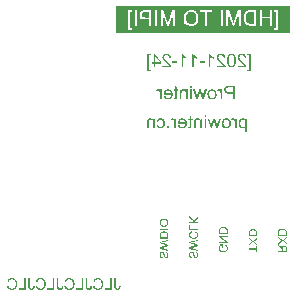
<source format=gbo>
G04*
G04 #@! TF.GenerationSoftware,Altium Limited,Altium Designer,21.3.2 (30)*
G04*
G04 Layer_Color=32896*
%FSLAX44Y44*%
%MOMM*%
G71*
G04*
G04 #@! TF.SameCoordinates,B628278F-7F55-4BD0-9F56-58D37DFBE93C*
G04*
G04*
G04 #@! TF.FilePolarity,Positive*
G04*
G01*
G75*
G36*
X336044Y221000D02*
X188724D01*
Y243860D01*
X336044D01*
Y221000D01*
D02*
G37*
G36*
X265089Y150478D02*
X263690D01*
Y152074D01*
X265089D01*
Y150478D01*
D02*
G37*
G36*
X275096Y140685D02*
X273615D01*
X271953Y147038D01*
X271623Y145623D01*
X270307Y140685D01*
X268875D01*
X266274Y148947D01*
X267640D01*
X269056Y144158D01*
X269533Y142561D01*
X269945Y144141D01*
X271179Y148947D01*
X272611D01*
X273928Y144092D01*
X273993Y143812D01*
X274059Y143565D01*
X274109Y143351D01*
X274158Y143170D01*
X274207Y143006D01*
X274240Y142874D01*
X274273Y142759D01*
X274290Y142660D01*
X274306Y142578D01*
X274323Y142528D01*
X274339Y142446D01*
X274356Y142413D01*
Y142396D01*
X274816Y144174D01*
X276133Y148947D01*
X277598D01*
X275096Y140685D01*
D02*
G37*
G36*
X252465Y150988D02*
Y148947D01*
X253502D01*
Y147861D01*
X252465D01*
Y143088D01*
Y142857D01*
Y142660D01*
X252448Y142479D01*
X252432Y142298D01*
Y142150D01*
X252416Y142018D01*
X252383Y141804D01*
X252350Y141639D01*
X252333Y141524D01*
X252300Y141458D01*
Y141442D01*
X252234Y141294D01*
X252136Y141179D01*
X252037Y141063D01*
X251955Y140981D01*
X251856Y140899D01*
X251790Y140849D01*
X251741Y140816D01*
X251724Y140800D01*
X251543Y140718D01*
X251362Y140668D01*
X251165Y140619D01*
X250967Y140603D01*
X250802Y140586D01*
X250671Y140569D01*
X250539D01*
X250177Y140586D01*
X249996Y140603D01*
X249831Y140635D01*
X249683Y140652D01*
X249568Y140668D01*
X249502Y140685D01*
X249469D01*
X249650Y141919D01*
X249782Y141903D01*
X249914Y141886D01*
X250029D01*
X250111Y141870D01*
X250276D01*
X250490Y141886D01*
X250638Y141919D01*
X250720Y141952D01*
X250753Y141969D01*
X250868Y142051D01*
X250934Y142133D01*
X250984Y142199D01*
X251000Y142232D01*
X251017Y142314D01*
X251033Y142429D01*
X251049Y142693D01*
X251066Y142808D01*
Y142907D01*
Y142973D01*
Y143006D01*
Y147861D01*
X249650D01*
Y148947D01*
X251066D01*
Y151828D01*
X252465Y150988D01*
D02*
G37*
G36*
X245206Y149112D02*
X245503Y149079D01*
X245783Y149030D01*
X246046Y148947D01*
X246293Y148865D01*
X246523Y148766D01*
X246737Y148667D01*
X246918Y148552D01*
X247099Y148454D01*
X247247Y148338D01*
X247379Y148239D01*
X247478Y148157D01*
X247560Y148075D01*
X247626Y148026D01*
X247659Y147993D01*
X247675Y147976D01*
X247856Y147746D01*
X248021Y147499D01*
X248169Y147252D01*
X248301Y146989D01*
X248400Y146709D01*
X248482Y146446D01*
X248613Y145919D01*
X248663Y145688D01*
X248696Y145458D01*
X248712Y145260D01*
X248729Y145079D01*
X248745Y144931D01*
Y144832D01*
Y144750D01*
Y144734D01*
X248729Y144372D01*
X248696Y144026D01*
X248646Y143697D01*
X248580Y143400D01*
X248498Y143121D01*
X248416Y142857D01*
X248317Y142627D01*
X248218Y142413D01*
X248120Y142232D01*
X248021Y142067D01*
X247939Y141936D01*
X247856Y141820D01*
X247791Y141722D01*
X247741Y141656D01*
X247708Y141623D01*
X247692Y141606D01*
X247478Y141409D01*
X247264Y141244D01*
X247033Y141096D01*
X246786Y140964D01*
X246556Y140866D01*
X246309Y140767D01*
X245848Y140635D01*
X245634Y140602D01*
X245437Y140569D01*
X245256Y140537D01*
X245108Y140520D01*
X244992Y140504D01*
X244811D01*
X244301Y140537D01*
X243840Y140619D01*
X243429Y140718D01*
X243264Y140784D01*
X243100Y140849D01*
X242952Y140915D01*
X242820Y140981D01*
X242721Y141030D01*
X242622Y141080D01*
X242556Y141129D01*
X242507Y141162D01*
X242474Y141195D01*
X242458D01*
X242129Y141491D01*
X241865Y141804D01*
X241635Y142133D01*
X241470Y142446D01*
X241339Y142726D01*
X241289Y142857D01*
X241240Y142956D01*
X241207Y143055D01*
X241190Y143121D01*
X241174Y143154D01*
Y143170D01*
X242622Y143351D01*
X242754Y143038D01*
X242902Y142775D01*
X243050Y142545D01*
X243182Y142364D01*
X243297Y142232D01*
X243396Y142133D01*
X243478Y142067D01*
X243495Y142051D01*
X243709Y141919D01*
X243923Y141820D01*
X244153Y141755D01*
X244350Y141705D01*
X244532Y141672D01*
X244680Y141656D01*
X244811D01*
X245009Y141672D01*
X245190Y141689D01*
X245519Y141771D01*
X245815Y141886D01*
X246079Y142018D01*
X246276Y142133D01*
X246424Y142248D01*
X246523Y142331D01*
X246540Y142364D01*
X246556D01*
X246786Y142660D01*
X246968Y142989D01*
X247099Y143351D01*
X247198Y143680D01*
X247247Y143977D01*
X247280Y144108D01*
X247297Y144223D01*
Y144322D01*
X247313Y144388D01*
Y144437D01*
Y144454D01*
X241141D01*
X241124Y144619D01*
Y144734D01*
Y144799D01*
Y144816D01*
X241141Y145195D01*
X241174Y145540D01*
X241223Y145869D01*
X241289Y146182D01*
X241371Y146462D01*
X241454Y146725D01*
X241553Y146956D01*
X241651Y147170D01*
X241750Y147367D01*
X241849Y147532D01*
X241931Y147663D01*
X242013Y147779D01*
X242079Y147877D01*
X242129Y147943D01*
X242161Y147976D01*
X242178Y147993D01*
X242375Y148190D01*
X242589Y148371D01*
X242820Y148519D01*
X243050Y148651D01*
X243281Y148766D01*
X243495Y148848D01*
X243725Y148931D01*
X243923Y148980D01*
X244137Y149030D01*
X244318Y149062D01*
X244482Y149095D01*
X244614Y149112D01*
X244729Y149128D01*
X244894D01*
X245206Y149112D01*
D02*
G37*
G36*
X226739D02*
X227101Y149046D01*
X227447Y148964D01*
X227727Y148881D01*
X227974Y148783D01*
X228072Y148733D01*
X228155Y148700D01*
X228221Y148667D01*
X228270Y148635D01*
X228303Y148618D01*
X228319D01*
X228632Y148421D01*
X228912Y148174D01*
X229142Y147927D01*
X229340Y147680D01*
X229488Y147466D01*
X229587Y147285D01*
X229620Y147219D01*
X229652Y147170D01*
X229669Y147137D01*
Y147120D01*
X229817Y146725D01*
X229916Y146330D01*
X229998Y145935D01*
X230047Y145573D01*
X230064Y145408D01*
X230080Y145260D01*
Y145129D01*
X230097Y145014D01*
Y144915D01*
Y144849D01*
Y144799D01*
Y144783D01*
X230080Y144404D01*
X230047Y144059D01*
X229998Y143713D01*
X229932Y143417D01*
X229866Y143121D01*
X229768Y142874D01*
X229685Y142627D01*
X229587Y142413D01*
X229488Y142232D01*
X229406Y142067D01*
X229307Y141919D01*
X229241Y141804D01*
X229175Y141722D01*
X229126Y141656D01*
X229093Y141623D01*
X229076Y141606D01*
X228879Y141409D01*
X228665Y141244D01*
X228451Y141096D01*
X228221Y140964D01*
X227990Y140866D01*
X227776Y140767D01*
X227332Y140635D01*
X227134Y140602D01*
X226953Y140569D01*
X226789Y140537D01*
X226640Y140520D01*
X226525Y140504D01*
X226361D01*
X226114Y140520D01*
X225867Y140537D01*
X225439Y140635D01*
X225044Y140751D01*
X224715Y140899D01*
X224583Y140981D01*
X224451Y141047D01*
X224336Y141113D01*
X224254Y141179D01*
X224188Y141228D01*
X224139Y141261D01*
X224106Y141277D01*
X224089Y141294D01*
X223925Y141458D01*
X223776Y141623D01*
X223513Y141985D01*
X223299Y142364D01*
X223151Y142709D01*
X223036Y143038D01*
X223003Y143170D01*
X222970Y143302D01*
X222954Y143400D01*
X222937Y143466D01*
X222921Y143516D01*
Y143532D01*
X224303Y143713D01*
X224369Y143351D01*
X224468Y143022D01*
X224599Y142759D01*
X224715Y142545D01*
X224830Y142364D01*
X224929Y142248D01*
X224978Y142166D01*
X225011Y142150D01*
X225225Y141985D01*
X225455Y141870D01*
X225686Y141771D01*
X225900Y141722D01*
X226081Y141689D01*
X226245Y141672D01*
X226344Y141656D01*
X226377D01*
X226558Y141672D01*
X226739Y141689D01*
X227068Y141771D01*
X227348Y141886D01*
X227595Y142034D01*
X227776Y142166D01*
X227924Y142281D01*
X228006Y142364D01*
X228039Y142396D01*
X228155Y142545D01*
X228253Y142726D01*
X228402Y143088D01*
X228517Y143499D01*
X228583Y143894D01*
X228632Y144256D01*
X228648Y144404D01*
Y144553D01*
X228665Y144651D01*
Y144750D01*
Y144799D01*
Y144816D01*
Y145112D01*
X228632Y145392D01*
X228599Y145655D01*
X228566Y145886D01*
X228517Y146100D01*
X228451Y146297D01*
X228402Y146478D01*
X228336Y146643D01*
X228270Y146775D01*
X228221Y146890D01*
X228155Y146989D01*
X228105Y147071D01*
X228072Y147137D01*
X228039Y147186D01*
X228006Y147203D01*
Y147219D01*
X227875Y147351D01*
X227743Y147466D01*
X227463Y147663D01*
X227167Y147795D01*
X226904Y147877D01*
X226657Y147943D01*
X226476Y147960D01*
X226394Y147976D01*
X226295D01*
X226048Y147960D01*
X225818Y147910D01*
X225620Y147844D01*
X225439Y147762D01*
X225307Y147680D01*
X225192Y147614D01*
X225126Y147565D01*
X225110Y147548D01*
X224945Y147384D01*
X224797Y147186D01*
X224665Y146972D01*
X224583Y146775D01*
X224501Y146594D01*
X224451Y146446D01*
X224435Y146347D01*
X224418Y146330D01*
Y146314D01*
X223052Y146528D01*
X223167Y146972D01*
X223332Y147351D01*
X223513Y147680D01*
X223694Y147943D01*
X223875Y148157D01*
X224023Y148305D01*
X224122Y148404D01*
X224139Y148437D01*
X224155D01*
X224501Y148667D01*
X224863Y148832D01*
X225225Y148964D01*
X225571Y149046D01*
X225883Y149095D01*
X226015Y149112D01*
X226114D01*
X226213Y149128D01*
X226344D01*
X226739Y149112D01*
D02*
G37*
G36*
X287885Y149112D02*
X288050Y149079D01*
X288214Y149030D01*
X288346Y148980D01*
X288445Y148931D01*
X288543Y148881D01*
X288593Y148848D01*
X288609Y148832D01*
X288757Y148700D01*
X288906Y148536D01*
X289054Y148338D01*
X289185Y148157D01*
X289317Y147976D01*
X289399Y147828D01*
X289465Y147713D01*
X289482Y147696D01*
Y148947D01*
X290749D01*
Y140685D01*
X289350D01*
Y144997D01*
X289333Y145326D01*
X289317Y145623D01*
X289284Y145902D01*
X289235Y146149D01*
X289185Y146347D01*
X289153Y146495D01*
X289136Y146594D01*
X289119Y146627D01*
X289054Y146808D01*
X288971Y146956D01*
X288889Y147087D01*
X288807Y147203D01*
X288724Y147285D01*
X288675Y147351D01*
X288626Y147384D01*
X288609Y147400D01*
X288478Y147499D01*
X288330Y147565D01*
X288181Y147614D01*
X288066Y147647D01*
X287951Y147663D01*
X287869Y147680D01*
X287786D01*
X287605Y147663D01*
X287424Y147631D01*
X287243Y147581D01*
X287095Y147532D01*
X286963Y147482D01*
X286865Y147433D01*
X286799Y147400D01*
X286782Y147384D01*
X286272Y148667D01*
X286552Y148816D01*
X286815Y148931D01*
X287046Y149013D01*
X287260Y149079D01*
X287441Y149112D01*
X287589Y149128D01*
X287704D01*
X287885Y149112D01*
D02*
G37*
G36*
X265089Y140685D02*
X263690D01*
Y148947D01*
X265089D01*
Y140685D01*
D02*
G37*
G36*
X257995Y149112D02*
X258291Y149062D01*
X258555Y148997D01*
X258818Y148914D01*
X259049Y148816D01*
X259263Y148700D01*
X259460Y148569D01*
X259625Y148454D01*
X259789Y148322D01*
X259921Y148190D01*
X260036Y148075D01*
X260135Y147976D01*
X260201Y147894D01*
X260250Y147828D01*
X260283Y147779D01*
X260299Y147762D01*
Y148947D01*
X261550D01*
Y140685D01*
X260151D01*
Y145178D01*
Y145458D01*
X260118Y145738D01*
X260086Y145968D01*
X260053Y146182D01*
X260003Y146380D01*
X259954Y146561D01*
X259888Y146725D01*
X259822Y146857D01*
X259773Y146972D01*
X259707Y147071D01*
X259658Y147153D01*
X259608Y147219D01*
X259542Y147301D01*
X259509Y147334D01*
X259263Y147532D01*
X258999Y147663D01*
X258736Y147762D01*
X258505Y147844D01*
X258291Y147877D01*
X258127Y147894D01*
X258061Y147910D01*
X257979D01*
X257781Y147894D01*
X257584Y147877D01*
X257419Y147828D01*
X257287Y147779D01*
X257172Y147729D01*
X257073Y147696D01*
X257024Y147663D01*
X257008Y147647D01*
X256859Y147548D01*
X256728Y147433D01*
X256629Y147318D01*
X256547Y147219D01*
X256497Y147120D01*
X256448Y147038D01*
X256415Y146989D01*
Y146972D01*
X256366Y146791D01*
X256316Y146594D01*
X256283Y146380D01*
X256267Y146166D01*
X256250Y145985D01*
Y145836D01*
Y145721D01*
Y145705D01*
Y145688D01*
Y140685D01*
X254851D01*
Y145754D01*
Y146100D01*
X254868Y146380D01*
X254884Y146610D01*
Y146808D01*
X254901Y146939D01*
X254917Y147038D01*
X254934Y147104D01*
Y147120D01*
X254983Y147334D01*
X255065Y147532D01*
X255131Y147696D01*
X255197Y147861D01*
X255279Y147976D01*
X255329Y148059D01*
X255362Y148124D01*
X255378Y148141D01*
X255510Y148305D01*
X255658Y148437D01*
X255806Y148569D01*
X255971Y148667D01*
X256102Y148750D01*
X256218Y148799D01*
X256283Y148832D01*
X256316Y148848D01*
X256547Y148947D01*
X256794Y149013D01*
X257024Y149062D01*
X257238Y149095D01*
X257419Y149112D01*
X257551Y149128D01*
X257682D01*
X257995Y149112D01*
D02*
G37*
G36*
X236565Y149112D02*
X236730Y149079D01*
X236894Y149030D01*
X237026Y148980D01*
X237125Y148931D01*
X237224Y148881D01*
X237273Y148848D01*
X237290Y148832D01*
X237438Y148700D01*
X237586Y148536D01*
X237734Y148338D01*
X237866Y148157D01*
X237997Y147976D01*
X238080Y147828D01*
X238145Y147713D01*
X238162Y147696D01*
Y148947D01*
X239429D01*
Y140685D01*
X238030D01*
Y144997D01*
X238014Y145326D01*
X237997Y145623D01*
X237964Y145902D01*
X237915Y146149D01*
X237866Y146347D01*
X237833Y146495D01*
X237816Y146594D01*
X237800Y146627D01*
X237734Y146808D01*
X237652Y146956D01*
X237569Y147087D01*
X237487Y147203D01*
X237405Y147285D01*
X237355Y147351D01*
X237306Y147384D01*
X237290Y147400D01*
X237158Y147499D01*
X237010Y147565D01*
X236862Y147614D01*
X236746Y147647D01*
X236631Y147663D01*
X236549Y147680D01*
X236467D01*
X236285Y147663D01*
X236105Y147631D01*
X235923Y147581D01*
X235775Y147532D01*
X235644Y147482D01*
X235545Y147433D01*
X235479Y147400D01*
X235462Y147384D01*
X234952Y148667D01*
X235232Y148816D01*
X235495Y148931D01*
X235726Y149013D01*
X235940Y149079D01*
X236121Y149112D01*
X236269Y149128D01*
X236384D01*
X236565Y149112D01*
D02*
G37*
G36*
X233718Y140685D02*
X232121D01*
Y142281D01*
X233718D01*
Y140685D01*
D02*
G37*
G36*
X218164Y149112D02*
X218460Y149062D01*
X218724Y148997D01*
X218987Y148914D01*
X219217Y148816D01*
X219431Y148700D01*
X219629Y148569D01*
X219793Y148454D01*
X219958Y148322D01*
X220090Y148190D01*
X220205Y148075D01*
X220304Y147976D01*
X220369Y147894D01*
X220419Y147828D01*
X220452Y147779D01*
X220468Y147762D01*
Y148947D01*
X221719D01*
Y140685D01*
X220320D01*
Y145178D01*
Y145458D01*
X220287Y145738D01*
X220254Y145968D01*
X220221Y146182D01*
X220172Y146380D01*
X220123Y146561D01*
X220057Y146725D01*
X219991Y146857D01*
X219942Y146972D01*
X219876Y147071D01*
X219826Y147153D01*
X219777Y147219D01*
X219711Y147301D01*
X219678Y147334D01*
X219431Y147532D01*
X219168Y147663D01*
X218905Y147762D01*
X218674Y147844D01*
X218460Y147877D01*
X218296Y147894D01*
X218230Y147910D01*
X218148D01*
X217950Y147894D01*
X217752Y147877D01*
X217588Y147828D01*
X217456Y147779D01*
X217341Y147729D01*
X217242Y147696D01*
X217193Y147663D01*
X217176Y147647D01*
X217028Y147548D01*
X216897Y147433D01*
X216798Y147318D01*
X216716Y147219D01*
X216666Y147120D01*
X216617Y147038D01*
X216584Y146989D01*
Y146972D01*
X216535Y146791D01*
X216485Y146594D01*
X216452Y146380D01*
X216436Y146166D01*
X216419Y145985D01*
Y145836D01*
Y145721D01*
Y145705D01*
Y145688D01*
Y140685D01*
X215020D01*
Y145754D01*
Y146100D01*
X215037Y146380D01*
X215053Y146610D01*
Y146808D01*
X215070Y146939D01*
X215086Y147038D01*
X215103Y147104D01*
Y147120D01*
X215152Y147334D01*
X215234Y147532D01*
X215300Y147696D01*
X215366Y147861D01*
X215448Y147976D01*
X215497Y148059D01*
X215530Y148124D01*
X215547Y148141D01*
X215679Y148305D01*
X215827Y148437D01*
X215975Y148569D01*
X216139Y148667D01*
X216271Y148750D01*
X216386Y148799D01*
X216452Y148832D01*
X216485Y148848D01*
X216716Y148947D01*
X216962Y149013D01*
X217193Y149062D01*
X217407Y149095D01*
X217588Y149112D01*
X217719Y149128D01*
X217851D01*
X218164Y149112D01*
D02*
G37*
G36*
X282371Y149112D02*
X282635Y149095D01*
X283145Y148980D01*
X283589Y148832D01*
X283787Y148750D01*
X283968Y148667D01*
X284132Y148585D01*
X284264Y148503D01*
X284396Y148421D01*
X284494Y148355D01*
X284577Y148289D01*
X284643Y148239D01*
X284676Y148223D01*
X284692Y148207D01*
X284922Y147993D01*
X285103Y147746D01*
X285285Y147482D01*
X285416Y147219D01*
X285548Y146939D01*
X285647Y146643D01*
X285729Y146363D01*
X285795Y146100D01*
X285861Y145836D01*
X285893Y145606D01*
X285926Y145376D01*
X285943Y145195D01*
Y145030D01*
X285959Y144915D01*
Y144849D01*
Y144816D01*
X285943Y144438D01*
X285910Y144075D01*
X285861Y143746D01*
X285795Y143433D01*
X285713Y143154D01*
X285630Y142890D01*
X285531Y142643D01*
X285433Y142429D01*
X285334Y142232D01*
X285235Y142067D01*
X285153Y141936D01*
X285071Y141820D01*
X285005Y141722D01*
X284955Y141656D01*
X284922Y141623D01*
X284906Y141607D01*
X284692Y141409D01*
X284478Y141244D01*
X284248Y141096D01*
X284017Y140965D01*
X283787Y140866D01*
X283540Y140767D01*
X283095Y140635D01*
X282898Y140603D01*
X282701Y140569D01*
X282536Y140537D01*
X282388Y140520D01*
X282256Y140504D01*
X282092D01*
X281696Y140520D01*
X281334Y140586D01*
X280989Y140668D01*
X280709Y140751D01*
X280462Y140849D01*
X280363Y140882D01*
X280281Y140915D01*
X280199Y140948D01*
X280149Y140981D01*
X280133Y140997D01*
X280116D01*
X279787Y141212D01*
X279507Y141442D01*
X279261Y141672D01*
X279063Y141903D01*
X278915Y142100D01*
X278800Y142265D01*
X278767Y142331D01*
X278734Y142380D01*
X278717Y142396D01*
Y142413D01*
X278553Y142792D01*
X278438Y143203D01*
X278339Y143615D01*
X278289Y144026D01*
X278256Y144207D01*
Y144372D01*
X278240Y144536D01*
X278223Y144668D01*
Y144783D01*
Y144865D01*
Y144915D01*
Y144931D01*
X278240Y145293D01*
X278273Y145623D01*
X278322Y145935D01*
X278388Y146231D01*
X278470Y146511D01*
X278569Y146758D01*
X278668Y147005D01*
X278767Y147203D01*
X278866Y147384D01*
X278964Y147548D01*
X279063Y147696D01*
X279145Y147812D01*
X279211Y147894D01*
X279261Y147960D01*
X279293Y147993D01*
X279310Y148009D01*
X279524Y148207D01*
X279738Y148371D01*
X279968Y148536D01*
X280199Y148651D01*
X280429Y148766D01*
X280660Y148848D01*
X281104Y148997D01*
X281318Y149030D01*
X281499Y149062D01*
X281663Y149095D01*
X281812Y149112D01*
X281927Y149128D01*
X282092D01*
X282371Y149112D01*
D02*
G37*
G36*
X296230D02*
X296493Y149079D01*
X296724Y149030D01*
X296921Y148964D01*
X297086Y148898D01*
X297218Y148848D01*
X297283Y148816D01*
X297316Y148799D01*
X297514Y148667D01*
X297711Y148519D01*
X297876Y148371D01*
X298024Y148207D01*
X298156Y148075D01*
X298238Y147960D01*
X298304Y147894D01*
X298320Y147861D01*
Y148947D01*
X299588D01*
Y137525D01*
X298189D01*
Y141541D01*
X298057Y141376D01*
X297909Y141228D01*
X297744Y141096D01*
X297612Y140997D01*
X297481Y140899D01*
X297382Y140833D01*
X297300Y140800D01*
X297283Y140784D01*
X297069Y140685D01*
X296855Y140619D01*
X296641Y140569D01*
X296444Y140537D01*
X296279Y140520D01*
X296148Y140504D01*
X296032D01*
X295687Y140520D01*
X295341Y140586D01*
X295045Y140668D01*
X294765Y140767D01*
X294535Y140866D01*
X294370Y140948D01*
X294304Y140981D01*
X294255Y141014D01*
X294238Y141030D01*
X294222D01*
X293909Y141261D01*
X293646Y141508D01*
X293415Y141755D01*
X293234Y142001D01*
X293086Y142232D01*
X292971Y142413D01*
X292938Y142479D01*
X292905Y142528D01*
X292889Y142561D01*
Y142578D01*
X292741Y142973D01*
X292625Y143368D01*
X292543Y143746D01*
X292477Y144108D01*
X292444Y144404D01*
Y144536D01*
X292428Y144651D01*
Y144750D01*
Y144816D01*
Y144849D01*
Y144865D01*
X292444Y145293D01*
X292494Y145705D01*
X292560Y146067D01*
X292642Y146396D01*
X292724Y146659D01*
X292757Y146775D01*
X292790Y146873D01*
X292823Y146939D01*
X292839Y146989D01*
X292856Y147022D01*
Y147038D01*
X293020Y147384D01*
X293218Y147696D01*
X293415Y147960D01*
X293613Y148174D01*
X293794Y148338D01*
X293942Y148470D01*
X294041Y148536D01*
X294057Y148569D01*
X294074D01*
X294387Y148750D01*
X294699Y148898D01*
X295012Y148997D01*
X295308Y149062D01*
X295555Y149095D01*
X295670Y149112D01*
X295753Y149128D01*
X295934D01*
X296230Y149112D01*
D02*
G37*
G36*
X173714Y13895D02*
X174165Y13824D01*
X174560Y13740D01*
X174743Y13683D01*
X174913Y13627D01*
X175068Y13571D01*
X175209Y13514D01*
X175322Y13472D01*
X175434Y13430D01*
X175505Y13387D01*
X175561Y13359D01*
X175603Y13345D01*
X175618Y13331D01*
X175998Y13091D01*
X176322Y12809D01*
X176604Y12527D01*
X176844Y12246D01*
X177027Y11992D01*
X177098Y11879D01*
X177154Y11780D01*
X177211Y11710D01*
X177239Y11653D01*
X177253Y11611D01*
X177267Y11597D01*
X177464Y11160D01*
X177605Y10709D01*
X177704Y10258D01*
X177774Y9849D01*
X177803Y9666D01*
X177817Y9482D01*
X177831Y9341D01*
Y9201D01*
X177845Y9102D01*
Y9017D01*
Y8961D01*
Y8947D01*
X177817Y8439D01*
X177760Y7946D01*
X177690Y7509D01*
X177633Y7297D01*
X177591Y7114D01*
X177549Y6945D01*
X177492Y6790D01*
X177450Y6649D01*
X177422Y6536D01*
X177380Y6452D01*
X177365Y6381D01*
X177337Y6339D01*
Y6325D01*
X177126Y5902D01*
X176886Y5521D01*
X176632Y5197D01*
X176506Y5070D01*
X176393Y4943D01*
X176280Y4830D01*
X176167Y4732D01*
X176069Y4647D01*
X175984Y4591D01*
X175928Y4534D01*
X175871Y4492D01*
X175843Y4478D01*
X175829Y4464D01*
X175632Y4351D01*
X175434Y4252D01*
X175011Y4097D01*
X174588Y3985D01*
X174180Y3914D01*
X173982Y3886D01*
X173813Y3858D01*
X173658Y3844D01*
X173531D01*
X173418Y3830D01*
X173263D01*
X172981Y3844D01*
X172714Y3872D01*
X172460Y3900D01*
X172220Y3956D01*
X171995Y4027D01*
X171783Y4097D01*
X171586Y4168D01*
X171402Y4252D01*
X171247Y4323D01*
X171092Y4393D01*
X170980Y4464D01*
X170867Y4534D01*
X170796Y4591D01*
X170726Y4619D01*
X170698Y4647D01*
X170684Y4661D01*
X170486Y4830D01*
X170317Y5000D01*
X170162Y5197D01*
X170007Y5394D01*
X169753Y5789D01*
X169556Y6184D01*
X169471Y6367D01*
X169401Y6536D01*
X169344Y6691D01*
X169302Y6818D01*
X169260Y6931D01*
X169232Y7016D01*
X169217Y7072D01*
Y7086D01*
X170514Y7410D01*
X170571Y7185D01*
X170641Y6973D01*
X170712Y6776D01*
X170782Y6593D01*
X170867Y6423D01*
X170951Y6282D01*
X171050Y6141D01*
X171135Y6015D01*
X171205Y5902D01*
X171290Y5817D01*
X171360Y5733D01*
X171417Y5662D01*
X171473Y5620D01*
X171515Y5578D01*
X171529Y5563D01*
X171544Y5549D01*
X171684Y5437D01*
X171840Y5352D01*
X172150Y5197D01*
X172446Y5084D01*
X172742Y5014D01*
X172995Y4957D01*
X173094Y4943D01*
X173193D01*
X173277Y4929D01*
X173376D01*
X173700Y4943D01*
X174010Y5000D01*
X174292Y5070D01*
X174546Y5155D01*
X174743Y5239D01*
X174828Y5282D01*
X174899Y5310D01*
X174955Y5338D01*
X174997Y5366D01*
X175025Y5380D01*
X175040D01*
X175307Y5578D01*
X175533Y5789D01*
X175730Y6029D01*
X175885Y6254D01*
X176012Y6452D01*
X176097Y6621D01*
X176125Y6691D01*
X176153Y6733D01*
X176167Y6762D01*
Y6776D01*
X176280Y7142D01*
X176365Y7509D01*
X176435Y7875D01*
X176477Y8214D01*
X176492Y8369D01*
X176506Y8510D01*
Y8637D01*
X176520Y8735D01*
Y8820D01*
Y8890D01*
Y8933D01*
Y8947D01*
X176506Y9313D01*
X176477Y9652D01*
X176421Y9962D01*
X176365Y10244D01*
X176322Y10483D01*
X176294Y10582D01*
X176266Y10667D01*
X176252Y10737D01*
X176238Y10779D01*
X176224Y10808D01*
Y10822D01*
X176083Y11146D01*
X175928Y11442D01*
X175758Y11682D01*
X175575Y11893D01*
X175420Y12062D01*
X175293Y12175D01*
X175195Y12246D01*
X175180Y12274D01*
X175166D01*
X174870Y12457D01*
X174546Y12598D01*
X174236Y12697D01*
X173940Y12753D01*
X173672Y12795D01*
X173559Y12809D01*
X173461D01*
X173390Y12823D01*
X173277D01*
X172925Y12809D01*
X172601Y12753D01*
X172333Y12668D01*
X172093Y12584D01*
X171910Y12485D01*
X171769Y12415D01*
X171684Y12358D01*
X171656Y12330D01*
X171431Y12119D01*
X171219Y11879D01*
X171050Y11625D01*
X170909Y11372D01*
X170796Y11146D01*
X170754Y11033D01*
X170726Y10948D01*
X170698Y10878D01*
X170669Y10822D01*
X170655Y10793D01*
Y10779D01*
X169387Y11075D01*
X169471Y11329D01*
X169556Y11555D01*
X169669Y11766D01*
X169767Y11978D01*
X169880Y12161D01*
X170007Y12330D01*
X170120Y12499D01*
X170233Y12640D01*
X170345Y12753D01*
X170444Y12866D01*
X170543Y12964D01*
X170613Y13035D01*
X170684Y13105D01*
X170740Y13148D01*
X170768Y13162D01*
X170782Y13176D01*
X170980Y13303D01*
X171177Y13430D01*
X171374Y13528D01*
X171586Y13613D01*
X172009Y13740D01*
X172389Y13824D01*
X172573Y13867D01*
X172728Y13881D01*
X172883Y13895D01*
X173010Y13909D01*
X173108Y13923D01*
X173249D01*
X173714Y13895D01*
D02*
G37*
G36*
X149468D02*
X149919Y13824D01*
X150313Y13740D01*
X150497Y13683D01*
X150666Y13627D01*
X150821Y13571D01*
X150962Y13514D01*
X151075Y13472D01*
X151187Y13430D01*
X151258Y13387D01*
X151314Y13359D01*
X151357Y13345D01*
X151371Y13331D01*
X151751Y13091D01*
X152076Y12809D01*
X152358Y12527D01*
X152597Y12246D01*
X152780Y11992D01*
X152851Y11879D01*
X152907Y11780D01*
X152964Y11710D01*
X152992Y11653D01*
X153006Y11611D01*
X153020Y11597D01*
X153217Y11160D01*
X153358Y10709D01*
X153457Y10258D01*
X153527Y9849D01*
X153556Y9666D01*
X153570Y9482D01*
X153584Y9341D01*
Y9201D01*
X153598Y9102D01*
Y9017D01*
Y8961D01*
Y8947D01*
X153570Y8439D01*
X153513Y7946D01*
X153443Y7509D01*
X153386Y7297D01*
X153344Y7114D01*
X153302Y6945D01*
X153246Y6790D01*
X153203Y6649D01*
X153175Y6536D01*
X153133Y6452D01*
X153119Y6381D01*
X153090Y6339D01*
Y6325D01*
X152879Y5902D01*
X152639Y5521D01*
X152386Y5197D01*
X152259Y5070D01*
X152146Y4943D01*
X152033Y4830D01*
X151920Y4732D01*
X151822Y4647D01*
X151737Y4591D01*
X151681Y4534D01*
X151624Y4492D01*
X151596Y4478D01*
X151582Y4464D01*
X151385Y4351D01*
X151187Y4252D01*
X150765Y4097D01*
X150342Y3985D01*
X149933Y3914D01*
X149735Y3886D01*
X149566Y3858D01*
X149411Y3844D01*
X149284D01*
X149171Y3830D01*
X149017D01*
X148735Y3844D01*
X148467Y3872D01*
X148213Y3900D01*
X147973Y3956D01*
X147748Y4027D01*
X147536Y4097D01*
X147339Y4168D01*
X147156Y4252D01*
X147001Y4323D01*
X146846Y4393D01*
X146733Y4464D01*
X146620Y4534D01*
X146550Y4591D01*
X146479Y4619D01*
X146451Y4647D01*
X146437Y4661D01*
X146239Y4830D01*
X146070Y5000D01*
X145915Y5197D01*
X145760Y5394D01*
X145506Y5789D01*
X145309Y6184D01*
X145224Y6367D01*
X145154Y6536D01*
X145098Y6691D01*
X145055Y6818D01*
X145013Y6931D01*
X144985Y7016D01*
X144971Y7072D01*
Y7086D01*
X146268Y7410D01*
X146324Y7185D01*
X146394Y6973D01*
X146465Y6776D01*
X146535Y6593D01*
X146620Y6423D01*
X146705Y6282D01*
X146803Y6141D01*
X146888Y6015D01*
X146958Y5902D01*
X147043Y5817D01*
X147113Y5733D01*
X147170Y5662D01*
X147226Y5620D01*
X147268Y5578D01*
X147282Y5563D01*
X147297Y5549D01*
X147438Y5437D01*
X147593Y5352D01*
X147903Y5197D01*
X148199Y5084D01*
X148495Y5014D01*
X148749Y4957D01*
X148847Y4943D01*
X148946D01*
X149031Y4929D01*
X149129D01*
X149453Y4943D01*
X149764Y5000D01*
X150045Y5070D01*
X150299Y5155D01*
X150497Y5239D01*
X150581Y5282D01*
X150652Y5310D01*
X150708Y5338D01*
X150750Y5366D01*
X150779Y5380D01*
X150793D01*
X151060Y5578D01*
X151286Y5789D01*
X151483Y6029D01*
X151638Y6254D01*
X151765Y6452D01*
X151850Y6621D01*
X151878Y6691D01*
X151906Y6733D01*
X151920Y6762D01*
Y6776D01*
X152033Y7142D01*
X152118Y7509D01*
X152188Y7875D01*
X152231Y8214D01*
X152245Y8369D01*
X152259Y8510D01*
Y8637D01*
X152273Y8735D01*
Y8820D01*
Y8890D01*
Y8933D01*
Y8947D01*
X152259Y9313D01*
X152231Y9652D01*
X152174Y9962D01*
X152118Y10244D01*
X152076Y10483D01*
X152047Y10582D01*
X152019Y10667D01*
X152005Y10737D01*
X151991Y10779D01*
X151977Y10808D01*
Y10822D01*
X151836Y11146D01*
X151681Y11442D01*
X151512Y11682D01*
X151328Y11893D01*
X151173Y12062D01*
X151046Y12175D01*
X150948Y12246D01*
X150934Y12274D01*
X150920D01*
X150624Y12457D01*
X150299Y12598D01*
X149989Y12697D01*
X149693Y12753D01*
X149425Y12795D01*
X149312Y12809D01*
X149214D01*
X149143Y12823D01*
X149031D01*
X148678Y12809D01*
X148354Y12753D01*
X148086Y12668D01*
X147846Y12584D01*
X147663Y12485D01*
X147522Y12415D01*
X147438Y12358D01*
X147409Y12330D01*
X147184Y12119D01*
X146972Y11879D01*
X146803Y11625D01*
X146662Y11372D01*
X146550Y11146D01*
X146507Y11033D01*
X146479Y10948D01*
X146451Y10878D01*
X146423Y10822D01*
X146409Y10793D01*
Y10779D01*
X145140Y11075D01*
X145224Y11329D01*
X145309Y11555D01*
X145422Y11766D01*
X145520Y11978D01*
X145633Y12161D01*
X145760Y12330D01*
X145873Y12499D01*
X145986Y12640D01*
X146098Y12753D01*
X146197Y12866D01*
X146296Y12964D01*
X146366Y13035D01*
X146437Y13105D01*
X146493Y13148D01*
X146521Y13162D01*
X146535Y13176D01*
X146733Y13303D01*
X146930Y13430D01*
X147128Y13528D01*
X147339Y13613D01*
X147762Y13740D01*
X148142Y13824D01*
X148326Y13867D01*
X148481Y13881D01*
X148636Y13895D01*
X148763Y13909D01*
X148861Y13923D01*
X149002D01*
X149468Y13895D01*
D02*
G37*
G36*
X125221D02*
X125672Y13824D01*
X126067Y13740D01*
X126250Y13683D01*
X126419Y13627D01*
X126574Y13571D01*
X126715Y13514D01*
X126828Y13472D01*
X126941Y13430D01*
X127011Y13387D01*
X127067Y13359D01*
X127110Y13345D01*
X127124Y13331D01*
X127504Y13091D01*
X127829Y12809D01*
X128111Y12527D01*
X128350Y12246D01*
X128533Y11992D01*
X128604Y11879D01*
X128660Y11780D01*
X128717Y11710D01*
X128745Y11653D01*
X128759Y11611D01*
X128773Y11597D01*
X128970Y11160D01*
X129111Y10709D01*
X129210Y10258D01*
X129281Y9849D01*
X129309Y9666D01*
X129323Y9482D01*
X129337Y9341D01*
Y9201D01*
X129351Y9102D01*
Y9017D01*
Y8961D01*
Y8947D01*
X129323Y8439D01*
X129267Y7946D01*
X129196Y7509D01*
X129140Y7297D01*
X129097Y7114D01*
X129055Y6945D01*
X128999Y6790D01*
X128956Y6649D01*
X128928Y6536D01*
X128886Y6452D01*
X128872Y6381D01*
X128844Y6339D01*
Y6325D01*
X128632Y5902D01*
X128393Y5521D01*
X128139Y5197D01*
X128012Y5070D01*
X127899Y4943D01*
X127786Y4830D01*
X127674Y4732D01*
X127575Y4647D01*
X127490Y4591D01*
X127434Y4534D01*
X127378Y4492D01*
X127349Y4478D01*
X127335Y4464D01*
X127138Y4351D01*
X126941Y4252D01*
X126518Y4097D01*
X126095Y3985D01*
X125686Y3914D01*
X125489Y3886D01*
X125319Y3858D01*
X125164Y3844D01*
X125037D01*
X124925Y3830D01*
X124770D01*
X124488Y3844D01*
X124220Y3872D01*
X123966Y3900D01*
X123726Y3956D01*
X123501Y4027D01*
X123289Y4097D01*
X123092Y4168D01*
X122909Y4252D01*
X122754Y4323D01*
X122599Y4393D01*
X122486Y4464D01*
X122373Y4534D01*
X122303Y4591D01*
X122232Y4619D01*
X122204Y4647D01*
X122190Y4661D01*
X121993Y4830D01*
X121823Y5000D01*
X121668Y5197D01*
X121513Y5394D01*
X121259Y5789D01*
X121062Y6184D01*
X120977Y6367D01*
X120907Y6536D01*
X120851Y6691D01*
X120808Y6818D01*
X120766Y6931D01*
X120738Y7016D01*
X120724Y7072D01*
Y7086D01*
X122021Y7410D01*
X122077Y7185D01*
X122148Y6973D01*
X122218Y6776D01*
X122289Y6593D01*
X122373Y6423D01*
X122458Y6282D01*
X122556Y6141D01*
X122641Y6015D01*
X122711Y5902D01*
X122796Y5817D01*
X122866Y5733D01*
X122923Y5662D01*
X122979Y5620D01*
X123022Y5578D01*
X123036Y5563D01*
X123050Y5549D01*
X123191Y5437D01*
X123346Y5352D01*
X123656Y5197D01*
X123952Y5084D01*
X124248Y5014D01*
X124502Y4957D01*
X124600Y4943D01*
X124699D01*
X124784Y4929D01*
X124882D01*
X125207Y4943D01*
X125517Y5000D01*
X125799Y5070D01*
X126053Y5155D01*
X126250Y5239D01*
X126334Y5282D01*
X126405Y5310D01*
X126461Y5338D01*
X126504Y5366D01*
X126532Y5380D01*
X126546D01*
X126814Y5578D01*
X127039Y5789D01*
X127237Y6029D01*
X127392Y6254D01*
X127519Y6452D01*
X127603Y6621D01*
X127631Y6691D01*
X127660Y6733D01*
X127674Y6762D01*
Y6776D01*
X127786Y7142D01*
X127871Y7509D01*
X127942Y7875D01*
X127984Y8214D01*
X127998Y8369D01*
X128012Y8510D01*
Y8637D01*
X128026Y8735D01*
Y8820D01*
Y8890D01*
Y8933D01*
Y8947D01*
X128012Y9313D01*
X127984Y9652D01*
X127927Y9962D01*
X127871Y10244D01*
X127829Y10483D01*
X127801Y10582D01*
X127772Y10667D01*
X127758Y10737D01*
X127744Y10779D01*
X127730Y10808D01*
Y10822D01*
X127589Y11146D01*
X127434Y11442D01*
X127265Y11682D01*
X127081Y11893D01*
X126926Y12062D01*
X126800Y12175D01*
X126701Y12246D01*
X126687Y12274D01*
X126673D01*
X126377Y12457D01*
X126053Y12598D01*
X125742Y12697D01*
X125446Y12753D01*
X125178Y12795D01*
X125066Y12809D01*
X124967D01*
X124896Y12823D01*
X124784D01*
X124431Y12809D01*
X124107Y12753D01*
X123839Y12668D01*
X123600Y12584D01*
X123416Y12485D01*
X123275Y12415D01*
X123191Y12358D01*
X123163Y12330D01*
X122937Y12119D01*
X122726Y11879D01*
X122556Y11625D01*
X122415Y11372D01*
X122303Y11146D01*
X122260Y11033D01*
X122232Y10948D01*
X122204Y10878D01*
X122176Y10822D01*
X122162Y10793D01*
Y10779D01*
X120893Y11075D01*
X120977Y11329D01*
X121062Y11555D01*
X121175Y11766D01*
X121274Y11978D01*
X121386Y12161D01*
X121513Y12330D01*
X121626Y12499D01*
X121739Y12640D01*
X121852Y12753D01*
X121950Y12866D01*
X122049Y12964D01*
X122119Y13035D01*
X122190Y13105D01*
X122246Y13148D01*
X122275Y13162D01*
X122289Y13176D01*
X122486Y13303D01*
X122683Y13430D01*
X122881Y13528D01*
X123092Y13613D01*
X123515Y13740D01*
X123896Y13824D01*
X124079Y13867D01*
X124234Y13881D01*
X124389Y13895D01*
X124516Y13909D01*
X124615Y13923D01*
X124755D01*
X125221Y13895D01*
D02*
G37*
G36*
X100974Y13895D02*
X101425Y13824D01*
X101820Y13740D01*
X102003Y13683D01*
X102172Y13627D01*
X102327Y13571D01*
X102468Y13514D01*
X102581Y13472D01*
X102694Y13430D01*
X102764Y13387D01*
X102821Y13359D01*
X102863Y13345D01*
X102877Y13331D01*
X103258Y13091D01*
X103582Y12809D01*
X103864Y12527D01*
X104103Y12245D01*
X104287Y11992D01*
X104357Y11879D01*
X104414Y11780D01*
X104470Y11710D01*
X104498Y11653D01*
X104512Y11611D01*
X104526Y11597D01*
X104724Y11160D01*
X104865Y10709D01*
X104963Y10258D01*
X105034Y9849D01*
X105062Y9666D01*
X105076Y9482D01*
X105090Y9341D01*
Y9201D01*
X105104Y9102D01*
Y9017D01*
Y8961D01*
Y8947D01*
X105076Y8439D01*
X105020Y7946D01*
X104949Y7509D01*
X104893Y7297D01*
X104851Y7114D01*
X104808Y6945D01*
X104752Y6790D01*
X104710Y6649D01*
X104681Y6536D01*
X104639Y6452D01*
X104625Y6381D01*
X104597Y6339D01*
Y6325D01*
X104385Y5902D01*
X104146Y5521D01*
X103892Y5197D01*
X103765Y5070D01*
X103652Y4943D01*
X103539Y4830D01*
X103427Y4732D01*
X103328Y4647D01*
X103244Y4591D01*
X103187Y4534D01*
X103131Y4492D01*
X103103Y4478D01*
X103088Y4464D01*
X102891Y4351D01*
X102694Y4252D01*
X102271Y4097D01*
X101848Y3985D01*
X101439Y3914D01*
X101242Y3886D01*
X101073Y3858D01*
X100918Y3844D01*
X100791D01*
X100678Y3830D01*
X100523D01*
X100241Y3844D01*
X99973Y3872D01*
X99719Y3900D01*
X99480Y3956D01*
X99254Y4027D01*
X99043Y4097D01*
X98845Y4168D01*
X98662Y4252D01*
X98507Y4323D01*
X98352Y4393D01*
X98239Y4464D01*
X98126Y4534D01*
X98056Y4591D01*
X97985Y4619D01*
X97957Y4647D01*
X97943Y4661D01*
X97746Y4830D01*
X97577Y5000D01*
X97421Y5197D01*
X97266Y5394D01*
X97013Y5789D01*
X96815Y6184D01*
X96731Y6367D01*
X96660Y6536D01*
X96604Y6691D01*
X96561Y6818D01*
X96519Y6931D01*
X96491Y7016D01*
X96477Y7072D01*
Y7086D01*
X97774Y7410D01*
X97830Y7185D01*
X97901Y6973D01*
X97971Y6776D01*
X98042Y6593D01*
X98126Y6423D01*
X98211Y6282D01*
X98310Y6141D01*
X98394Y6015D01*
X98465Y5902D01*
X98549Y5817D01*
X98620Y5733D01*
X98676Y5662D01*
X98733Y5620D01*
X98775Y5578D01*
X98789Y5563D01*
X98803Y5549D01*
X98944Y5437D01*
X99099Y5352D01*
X99409Y5197D01*
X99705Y5084D01*
X100001Y5014D01*
X100255Y4957D01*
X100354Y4943D01*
X100452D01*
X100537Y4929D01*
X100636D01*
X100960Y4943D01*
X101270Y5000D01*
X101552Y5070D01*
X101806Y5155D01*
X102003Y5239D01*
X102088Y5282D01*
X102158Y5310D01*
X102214Y5338D01*
X102257Y5366D01*
X102285Y5380D01*
X102299D01*
X102567Y5578D01*
X102792Y5789D01*
X102990Y6029D01*
X103145Y6254D01*
X103272Y6452D01*
X103356Y6621D01*
X103385Y6691D01*
X103413Y6733D01*
X103427Y6762D01*
Y6776D01*
X103539Y7142D01*
X103624Y7509D01*
X103695Y7875D01*
X103737Y8214D01*
X103751Y8369D01*
X103765Y8510D01*
Y8637D01*
X103779Y8735D01*
Y8820D01*
Y8890D01*
Y8933D01*
Y8947D01*
X103765Y9313D01*
X103737Y9652D01*
X103680Y9962D01*
X103624Y10244D01*
X103582Y10483D01*
X103554Y10582D01*
X103525Y10667D01*
X103511Y10737D01*
X103497Y10779D01*
X103483Y10807D01*
Y10822D01*
X103342Y11146D01*
X103187Y11442D01*
X103018Y11682D01*
X102835Y11893D01*
X102680Y12062D01*
X102553Y12175D01*
X102454Y12245D01*
X102440Y12274D01*
X102426D01*
X102130Y12457D01*
X101806Y12598D01*
X101496Y12696D01*
X101199Y12753D01*
X100932Y12795D01*
X100819Y12809D01*
X100720D01*
X100650Y12823D01*
X100537D01*
X100184Y12809D01*
X99860Y12753D01*
X99592Y12668D01*
X99353Y12584D01*
X99170Y12485D01*
X99029Y12415D01*
X98944Y12358D01*
X98916Y12330D01*
X98690Y12119D01*
X98479Y11879D01*
X98310Y11625D01*
X98169Y11371D01*
X98056Y11146D01*
X98013Y11033D01*
X97985Y10948D01*
X97957Y10878D01*
X97929Y10822D01*
X97915Y10793D01*
Y10779D01*
X96646Y11075D01*
X96731Y11329D01*
X96815Y11555D01*
X96928Y11766D01*
X97027Y11978D01*
X97140Y12161D01*
X97266Y12330D01*
X97379Y12499D01*
X97492Y12640D01*
X97605Y12753D01*
X97703Y12866D01*
X97802Y12964D01*
X97873Y13035D01*
X97943Y13105D01*
X97999Y13148D01*
X98028Y13162D01*
X98042Y13176D01*
X98239Y13303D01*
X98436Y13430D01*
X98634Y13528D01*
X98845Y13613D01*
X99268Y13740D01*
X99649Y13824D01*
X99832Y13867D01*
X99987Y13881D01*
X100142Y13895D01*
X100269Y13909D01*
X100368Y13923D01*
X100509D01*
X100974Y13895D01*
D02*
G37*
G36*
X185105Y3999D02*
X179001D01*
Y5155D01*
X183808D01*
Y13754D01*
X185105D01*
Y3999D01*
D02*
G37*
G36*
X160858D02*
X154754D01*
Y5155D01*
X159561D01*
Y13754D01*
X160858D01*
Y3999D01*
D02*
G37*
G36*
X136611D02*
X130507D01*
Y5155D01*
X135314D01*
Y13754D01*
X136611D01*
Y3999D01*
D02*
G37*
G36*
X112364Y3999D02*
X106260D01*
Y5155D01*
X111067D01*
Y13754D01*
X112364D01*
Y3999D01*
D02*
G37*
G36*
X188460Y7030D02*
Y6733D01*
X188488Y6480D01*
X188502Y6268D01*
X188530Y6099D01*
X188559Y5972D01*
X188573Y5874D01*
X188601Y5817D01*
Y5803D01*
X188657Y5662D01*
X188728Y5549D01*
X188812Y5451D01*
X188883Y5352D01*
X188967Y5296D01*
X189024Y5239D01*
X189066Y5211D01*
X189080Y5197D01*
X189221Y5127D01*
X189362Y5070D01*
X189503Y5042D01*
X189630Y5014D01*
X189757Y5000D01*
X189841Y4985D01*
X189926D01*
X190152Y5000D01*
X190363Y5056D01*
X190532Y5112D01*
X190687Y5197D01*
X190800Y5268D01*
X190885Y5338D01*
X190941Y5380D01*
X190955Y5394D01*
X191026Y5479D01*
X191082Y5578D01*
X191166Y5803D01*
X191251Y6057D01*
X191293Y6311D01*
X191336Y6550D01*
Y6649D01*
X191350Y6733D01*
X191364Y6818D01*
Y6874D01*
Y6903D01*
Y6917D01*
X192534Y6748D01*
Y6480D01*
X192520Y6240D01*
X192477Y6000D01*
X192449Y5789D01*
X192393Y5592D01*
X192337Y5422D01*
X192280Y5253D01*
X192224Y5112D01*
X192153Y4985D01*
X192097Y4873D01*
X192041Y4774D01*
X191984Y4704D01*
X191942Y4647D01*
X191914Y4591D01*
X191900Y4577D01*
X191885Y4563D01*
X191744Y4436D01*
X191604Y4323D01*
X191448Y4224D01*
X191279Y4140D01*
X190955Y4013D01*
X190645Y3928D01*
X190349Y3872D01*
X190236Y3858D01*
X190123Y3844D01*
X190039Y3830D01*
X189912D01*
X189602Y3844D01*
X189320Y3886D01*
X189066Y3942D01*
X188841Y4013D01*
X188657Y4069D01*
X188530Y4126D01*
X188446Y4168D01*
X188418Y4182D01*
X188192Y4323D01*
X187995Y4492D01*
X187840Y4661D01*
X187699Y4816D01*
X187600Y4971D01*
X187530Y5084D01*
X187487Y5169D01*
X187473Y5183D01*
Y5197D01*
X187374Y5479D01*
X187290Y5775D01*
X187233Y6099D01*
X187205Y6409D01*
X187177Y6677D01*
Y6790D01*
X187163Y6903D01*
Y6987D01*
Y7044D01*
Y7086D01*
Y7100D01*
Y13754D01*
X188460D01*
Y7030D01*
D02*
G37*
G36*
X164213D02*
Y6733D01*
X164241Y6480D01*
X164255Y6268D01*
X164284Y6099D01*
X164312Y5972D01*
X164326Y5874D01*
X164354Y5817D01*
Y5803D01*
X164410Y5662D01*
X164481Y5549D01*
X164566Y5451D01*
X164636Y5352D01*
X164720Y5296D01*
X164777Y5239D01*
X164819Y5211D01*
X164833Y5197D01*
X164974Y5127D01*
X165115Y5070D01*
X165256Y5042D01*
X165383Y5014D01*
X165510Y5000D01*
X165595Y4985D01*
X165679D01*
X165905Y5000D01*
X166116Y5056D01*
X166285Y5112D01*
X166440Y5197D01*
X166553Y5268D01*
X166638Y5338D01*
X166694Y5380D01*
X166708Y5394D01*
X166779Y5479D01*
X166835Y5578D01*
X166920Y5803D01*
X167004Y6057D01*
X167047Y6311D01*
X167089Y6550D01*
Y6649D01*
X167103Y6733D01*
X167117Y6818D01*
Y6874D01*
Y6903D01*
Y6917D01*
X168287Y6748D01*
Y6480D01*
X168273Y6240D01*
X168231Y6000D01*
X168202Y5789D01*
X168146Y5592D01*
X168090Y5422D01*
X168033Y5253D01*
X167977Y5112D01*
X167906Y4985D01*
X167850Y4873D01*
X167794Y4774D01*
X167737Y4704D01*
X167695Y4647D01*
X167667Y4591D01*
X167653Y4577D01*
X167639Y4563D01*
X167498Y4436D01*
X167357Y4323D01*
X167202Y4224D01*
X167032Y4140D01*
X166708Y4013D01*
X166398Y3928D01*
X166102Y3872D01*
X165989Y3858D01*
X165877Y3844D01*
X165792Y3830D01*
X165665D01*
X165355Y3844D01*
X165073Y3886D01*
X164819Y3942D01*
X164594Y4013D01*
X164410Y4069D01*
X164284Y4126D01*
X164199Y4168D01*
X164171Y4182D01*
X163945Y4323D01*
X163748Y4492D01*
X163593Y4661D01*
X163452Y4816D01*
X163353Y4971D01*
X163283Y5084D01*
X163240Y5169D01*
X163226Y5183D01*
Y5197D01*
X163128Y5479D01*
X163043Y5775D01*
X162987Y6099D01*
X162958Y6409D01*
X162930Y6677D01*
Y6790D01*
X162916Y6903D01*
Y6987D01*
Y7044D01*
Y7086D01*
Y7100D01*
Y13754D01*
X164213D01*
Y7030D01*
D02*
G37*
G36*
X139966D02*
Y6733D01*
X139994Y6480D01*
X140008Y6268D01*
X140037Y6099D01*
X140065Y5972D01*
X140079Y5874D01*
X140107Y5817D01*
Y5803D01*
X140163Y5662D01*
X140234Y5549D01*
X140319Y5451D01*
X140389Y5352D01*
X140474Y5296D01*
X140530Y5239D01*
X140572Y5211D01*
X140587Y5197D01*
X140727Y5127D01*
X140868Y5070D01*
X141009Y5042D01*
X141136Y5014D01*
X141263Y5000D01*
X141348Y4985D01*
X141432D01*
X141658Y5000D01*
X141869Y5056D01*
X142038Y5112D01*
X142193Y5197D01*
X142306Y5268D01*
X142391Y5338D01*
X142447Y5380D01*
X142461Y5394D01*
X142532Y5479D01*
X142588Y5578D01*
X142673Y5803D01*
X142757Y6057D01*
X142800Y6311D01*
X142842Y6550D01*
Y6649D01*
X142856Y6733D01*
X142870Y6818D01*
Y6874D01*
Y6903D01*
Y6917D01*
X144040Y6748D01*
Y6480D01*
X144026Y6240D01*
X143984Y6000D01*
X143956Y5789D01*
X143899Y5592D01*
X143843Y5422D01*
X143786Y5253D01*
X143730Y5112D01*
X143660Y4985D01*
X143603Y4873D01*
X143547Y4774D01*
X143490Y4704D01*
X143448Y4647D01*
X143420Y4591D01*
X143406Y4577D01*
X143392Y4563D01*
X143251Y4436D01*
X143110Y4323D01*
X142955Y4224D01*
X142786Y4140D01*
X142461Y4013D01*
X142151Y3928D01*
X141855Y3872D01*
X141742Y3858D01*
X141630Y3844D01*
X141545Y3830D01*
X141418D01*
X141108Y3844D01*
X140826Y3886D01*
X140572Y3942D01*
X140347Y4013D01*
X140163Y4069D01*
X140037Y4126D01*
X139952Y4168D01*
X139924Y4182D01*
X139698Y4323D01*
X139501Y4492D01*
X139346Y4661D01*
X139205Y4816D01*
X139106Y4971D01*
X139036Y5084D01*
X138994Y5169D01*
X138979Y5183D01*
Y5197D01*
X138881Y5479D01*
X138796Y5775D01*
X138740Y6099D01*
X138712Y6409D01*
X138683Y6677D01*
Y6790D01*
X138669Y6903D01*
Y6987D01*
Y7044D01*
Y7086D01*
Y7100D01*
Y13754D01*
X139966D01*
Y7030D01*
D02*
G37*
G36*
X115719Y7030D02*
Y6733D01*
X115747Y6480D01*
X115762Y6268D01*
X115790Y6099D01*
X115818Y5972D01*
X115832Y5874D01*
X115860Y5817D01*
Y5803D01*
X115917Y5662D01*
X115987Y5549D01*
X116072Y5451D01*
X116142Y5352D01*
X116227Y5296D01*
X116283Y5239D01*
X116326Y5211D01*
X116340Y5197D01*
X116481Y5127D01*
X116622Y5070D01*
X116763Y5042D01*
X116889Y5014D01*
X117016Y5000D01*
X117101Y4985D01*
X117185D01*
X117411Y5000D01*
X117622Y5056D01*
X117792Y5112D01*
X117947Y5197D01*
X118060Y5267D01*
X118144Y5338D01*
X118200Y5380D01*
X118215Y5394D01*
X118285Y5479D01*
X118341Y5578D01*
X118426Y5803D01*
X118511Y6057D01*
X118553Y6311D01*
X118595Y6550D01*
Y6649D01*
X118609Y6733D01*
X118623Y6818D01*
Y6874D01*
Y6903D01*
Y6917D01*
X119793Y6748D01*
Y6480D01*
X119779Y6240D01*
X119737Y6000D01*
X119709Y5789D01*
X119652Y5592D01*
X119596Y5422D01*
X119540Y5253D01*
X119483Y5112D01*
X119413Y4985D01*
X119356Y4873D01*
X119300Y4774D01*
X119244Y4703D01*
X119201Y4647D01*
X119173Y4591D01*
X119159Y4577D01*
X119145Y4563D01*
X119004Y4436D01*
X118863Y4323D01*
X118708Y4224D01*
X118539Y4140D01*
X118215Y4013D01*
X117904Y3928D01*
X117608Y3872D01*
X117496Y3858D01*
X117383Y3844D01*
X117298Y3830D01*
X117171D01*
X116861Y3844D01*
X116579Y3886D01*
X116326Y3942D01*
X116100Y4013D01*
X115917Y4069D01*
X115790Y4126D01*
X115705Y4168D01*
X115677Y4182D01*
X115451Y4323D01*
X115254Y4492D01*
X115099Y4661D01*
X114958Y4816D01*
X114859Y4971D01*
X114789Y5084D01*
X114747Y5169D01*
X114733Y5183D01*
Y5197D01*
X114634Y5479D01*
X114549Y5775D01*
X114493Y6099D01*
X114465Y6409D01*
X114437Y6677D01*
Y6790D01*
X114422Y6903D01*
Y6987D01*
Y7044D01*
Y7086D01*
Y7100D01*
Y13754D01*
X115719D01*
Y7030D01*
D02*
G37*
G36*
X329931Y55793D02*
X330258Y55761D01*
X330554Y55708D01*
X330692Y55687D01*
X330808Y55656D01*
X330924Y55624D01*
X331019Y55603D01*
X331104Y55582D01*
X331178Y55550D01*
X331241Y55539D01*
X331283Y55518D01*
X331305Y55508D01*
X331315D01*
X331590Y55392D01*
X331833Y55254D01*
X332044Y55106D01*
X332224Y54969D01*
X332372Y54842D01*
X332477Y54736D01*
X332509Y54694D01*
X332541Y54662D01*
X332551Y54652D01*
X332562Y54641D01*
X332699Y54472D01*
X332805Y54293D01*
X332900Y54113D01*
X332974Y53944D01*
X333027Y53796D01*
X333059Y53680D01*
X333080Y53637D01*
Y53606D01*
X333090Y53585D01*
Y53574D01*
X333122Y53394D01*
X333154Y53183D01*
X333175Y52972D01*
X333185Y52761D01*
X333196Y52570D01*
Y49760D01*
X325884D01*
Y52391D01*
X325895Y52634D01*
X325905Y52856D01*
X325926Y53056D01*
X325947Y53225D01*
X325968Y53373D01*
X325979Y53479D01*
X325990Y53511D01*
X326000Y53542D01*
Y53564D01*
X326053Y53754D01*
X326116Y53923D01*
X326169Y54071D01*
X326233Y54198D01*
X326285Y54303D01*
X326328Y54377D01*
X326359Y54419D01*
X326370Y54441D01*
X326465Y54578D01*
X326581Y54694D01*
X326687Y54810D01*
X326793Y54906D01*
X326888Y54990D01*
X326962Y55053D01*
X327015Y55096D01*
X327036Y55106D01*
X327205Y55212D01*
X327384Y55318D01*
X327553Y55402D01*
X327723Y55465D01*
X327870Y55529D01*
X327987Y55571D01*
X328029Y55582D01*
X328061Y55592D01*
X328082Y55603D01*
X328092D01*
X328346Y55666D01*
X328600Y55719D01*
X328843Y55751D01*
X329075Y55782D01*
X329276Y55793D01*
X329360D01*
X329434Y55804D01*
X329487D01*
X329540D01*
X329561D01*
X329572D01*
X329931Y55793D01*
D02*
G37*
G36*
X329720Y46157D02*
X333196Y48692D01*
Y47636D01*
X331252Y46178D01*
X331093Y46051D01*
X330945Y45945D01*
X330797Y45840D01*
X330681Y45755D01*
X330575Y45681D01*
X330491Y45628D01*
X330449Y45596D01*
X330428Y45586D01*
X330554Y45512D01*
X330692Y45427D01*
X330840Y45332D01*
X330988Y45237D01*
X331114Y45142D01*
X331220Y45079D01*
X331262Y45047D01*
X331294Y45026D01*
X331305Y45005D01*
X331315D01*
X333196Y43673D01*
Y42522D01*
X329667Y45015D01*
X325884Y42194D01*
Y43356D01*
X328420Y45205D01*
X328483Y45248D01*
X328557Y45301D01*
X328726Y45417D01*
X328811Y45470D01*
X328874Y45512D01*
X328917Y45544D01*
X328927Y45554D01*
X328769Y45660D01*
X328621Y45755D01*
X328568Y45797D01*
X328526Y45818D01*
X328494Y45840D01*
X328483Y45850D01*
X325884Y47699D01*
Y48893D01*
X329720Y46157D01*
D02*
G37*
G36*
X327870Y40746D02*
X328082Y40599D01*
X328272Y40461D01*
X328430Y40324D01*
X328578Y40208D01*
X328684Y40102D01*
X328769Y40017D01*
X328821Y39965D01*
X328843Y39943D01*
X328906Y39859D01*
X328980Y39764D01*
X329096Y39574D01*
X329138Y39489D01*
X329181Y39426D01*
X329202Y39383D01*
X329212Y39362D01*
X329244Y39553D01*
X329276Y39732D01*
X329329Y39891D01*
X329371Y40049D01*
X329424Y40187D01*
X329487Y40313D01*
X329540Y40430D01*
X329593Y40535D01*
X329656Y40620D01*
X329709Y40704D01*
X329751Y40768D01*
X329794Y40820D01*
X329825Y40863D01*
X329857Y40894D01*
X329867Y40905D01*
X329878Y40916D01*
X329984Y41000D01*
X330089Y41085D01*
X330311Y41211D01*
X330533Y41296D01*
X330744Y41359D01*
X330924Y41402D01*
X330998Y41412D01*
X331072D01*
X331125Y41423D01*
X331167D01*
X331188D01*
X331199D01*
X331421Y41412D01*
X331622Y41381D01*
X331812Y41328D01*
X331970Y41275D01*
X332108Y41211D01*
X332213Y41169D01*
X332277Y41127D01*
X332287Y41116D01*
X332298D01*
X332467Y40990D01*
X332615Y40863D01*
X332742Y40725D01*
X332837Y40599D01*
X332911Y40482D01*
X332953Y40387D01*
X332985Y40324D01*
X332995Y40313D01*
Y40303D01*
X333027Y40208D01*
X333059Y40091D01*
X333111Y39859D01*
X333143Y39605D01*
X333175Y39373D01*
X333185Y39151D01*
Y39056D01*
X333196Y38971D01*
Y35580D01*
X325884D01*
Y36552D01*
X329128D01*
Y37799D01*
X329117Y37915D01*
Y37999D01*
X329107Y38073D01*
X329096Y38126D01*
Y38168D01*
X329086Y38189D01*
Y38200D01*
X329033Y38369D01*
X329001Y38443D01*
X328969Y38507D01*
X328938Y38570D01*
X328917Y38612D01*
X328906Y38633D01*
X328895Y38644D01*
X328832Y38728D01*
X328758Y38813D01*
X328600Y38971D01*
X328526Y39045D01*
X328462Y39098D01*
X328420Y39130D01*
X328409Y39140D01*
X328261Y39246D01*
X328103Y39362D01*
X327934Y39479D01*
X327775Y39595D01*
X327627Y39690D01*
X327511Y39764D01*
X327469Y39796D01*
X327437Y39817D01*
X327416Y39838D01*
X327406D01*
X325884Y40799D01*
Y42004D01*
X327870Y40746D01*
D02*
G37*
G36*
X305070Y55223D02*
X305398Y55191D01*
X305694Y55138D01*
X305831Y55117D01*
X305947Y55085D01*
X306063Y55053D01*
X306159Y55032D01*
X306243Y55011D01*
X306317Y54980D01*
X306381Y54969D01*
X306423Y54948D01*
X306444Y54937D01*
X306454D01*
X306729Y54821D01*
X306972Y54684D01*
X307183Y54536D01*
X307363Y54398D01*
X307511Y54271D01*
X307617Y54166D01*
X307648Y54124D01*
X307680Y54092D01*
X307691Y54081D01*
X307701Y54071D01*
X307839Y53902D01*
X307944Y53722D01*
X308039Y53542D01*
X308113Y53373D01*
X308166Y53225D01*
X308198Y53109D01*
X308219Y53067D01*
Y53035D01*
X308230Y53014D01*
Y53004D01*
X308261Y52824D01*
X308293Y52613D01*
X308314Y52401D01*
X308325Y52190D01*
X308335Y52000D01*
Y49189D01*
X301023D01*
Y51820D01*
X301034Y52063D01*
X301044Y52285D01*
X301066Y52486D01*
X301087Y52655D01*
X301108Y52803D01*
X301118Y52909D01*
X301129Y52940D01*
X301140Y52972D01*
Y52993D01*
X301192Y53183D01*
X301256Y53352D01*
X301309Y53500D01*
X301372Y53627D01*
X301425Y53733D01*
X301467Y53807D01*
X301499Y53849D01*
X301509Y53870D01*
X301604Y54007D01*
X301721Y54124D01*
X301826Y54240D01*
X301932Y54335D01*
X302027Y54419D01*
X302101Y54483D01*
X302154Y54525D01*
X302175Y54536D01*
X302344Y54641D01*
X302524Y54747D01*
X302693Y54832D01*
X302862Y54895D01*
X303010Y54958D01*
X303126Y55001D01*
X303168Y55011D01*
X303200Y55022D01*
X303221Y55032D01*
X303232D01*
X303485Y55096D01*
X303739Y55149D01*
X303982Y55180D01*
X304214Y55212D01*
X304415Y55223D01*
X304500D01*
X304574Y55233D01*
X304626D01*
X304679D01*
X304700D01*
X304711D01*
X305070Y55223D01*
D02*
G37*
G36*
X304859Y45586D02*
X308335Y48122D01*
Y47065D01*
X306391Y45607D01*
X306232Y45480D01*
X306085Y45375D01*
X305937Y45269D01*
X305820Y45184D01*
X305715Y45111D01*
X305630Y45058D01*
X305588Y45026D01*
X305567Y45015D01*
X305694Y44941D01*
X305831Y44857D01*
X305979Y44762D01*
X306127Y44667D01*
X306254Y44572D01*
X306359Y44508D01*
X306402Y44476D01*
X306433Y44455D01*
X306444Y44434D01*
X306454D01*
X308335Y43103D01*
Y41951D01*
X304806Y44445D01*
X301023Y41624D01*
Y42786D01*
X303559Y44635D01*
X303623Y44677D01*
X303697Y44730D01*
X303866Y44846D01*
X303950Y44899D01*
X304014Y44941D01*
X304056Y44973D01*
X304066Y44984D01*
X303908Y45089D01*
X303760Y45184D01*
X303707Y45227D01*
X303665Y45248D01*
X303633Y45269D01*
X303623Y45279D01*
X301023Y47129D01*
Y48323D01*
X304859Y45586D01*
D02*
G37*
G36*
X308335Y35580D02*
X307469D01*
Y37989D01*
X301023D01*
Y38961D01*
X307469D01*
Y41370D01*
X308335D01*
Y35580D01*
D02*
G37*
G36*
X279956Y57188D02*
X280284Y57156D01*
X280579Y57103D01*
X280717Y57082D01*
X280833Y57050D01*
X280949Y57019D01*
X281044Y56998D01*
X281129Y56976D01*
X281203Y56945D01*
X281266Y56934D01*
X281308Y56913D01*
X281330Y56903D01*
X281340D01*
X281615Y56786D01*
X281858Y56649D01*
X282069Y56501D01*
X282249Y56364D01*
X282397Y56237D01*
X282502Y56131D01*
X282534Y56089D01*
X282566Y56057D01*
X282577Y56047D01*
X282587Y56036D01*
X282724Y55867D01*
X282830Y55687D01*
X282925Y55508D01*
X282999Y55339D01*
X283052Y55191D01*
X283084Y55075D01*
X283105Y55032D01*
Y55001D01*
X283115Y54980D01*
Y54969D01*
X283147Y54789D01*
X283179Y54578D01*
X283200Y54367D01*
X283211Y54155D01*
X283221Y53965D01*
Y51154D01*
X275909D01*
Y53786D01*
X275920Y54029D01*
X275930Y54250D01*
X275951Y54451D01*
X275972Y54620D01*
X275994Y54768D01*
X276004Y54874D01*
X276015Y54906D01*
X276025Y54937D01*
Y54958D01*
X276078Y55149D01*
X276142Y55318D01*
X276194Y55465D01*
X276258Y55592D01*
X276311Y55698D01*
X276353Y55772D01*
X276385Y55814D01*
X276395Y55835D01*
X276490Y55973D01*
X276607Y56089D01*
X276712Y56205D01*
X276818Y56300D01*
X276913Y56385D01*
X276987Y56448D01*
X277040Y56491D01*
X277061Y56501D01*
X277230Y56607D01*
X277409Y56712D01*
X277579Y56797D01*
X277748Y56860D01*
X277896Y56924D01*
X278012Y56966D01*
X278054Y56976D01*
X278086Y56987D01*
X278107Y56998D01*
X278118D01*
X278371Y57061D01*
X278625Y57114D01*
X278868Y57146D01*
X279100Y57177D01*
X279301Y57188D01*
X279385D01*
X279459Y57198D01*
X279512D01*
X279565D01*
X279586D01*
X279597D01*
X279956Y57188D01*
D02*
G37*
G36*
X283221Y48597D02*
X277473D01*
X283221Y44762D01*
Y43769D01*
X275909D01*
Y44698D01*
X281647D01*
X275909Y48523D01*
Y49527D01*
X283221D01*
Y48597D01*
D02*
G37*
G36*
X279639Y39246D02*
X278773D01*
Y41402D01*
X277399D01*
X277293Y41275D01*
X277198Y41127D01*
X277114Y40968D01*
X277040Y40820D01*
X276976Y40694D01*
X276924Y40578D01*
X276902Y40535D01*
X276892Y40514D01*
X276881Y40493D01*
Y40482D01*
X276807Y40261D01*
X276744Y40039D01*
X276702Y39838D01*
X276680Y39648D01*
X276659Y39489D01*
Y39426D01*
X276649Y39362D01*
Y39257D01*
X276659Y38993D01*
X276702Y38739D01*
X276754Y38507D01*
X276807Y38295D01*
X276871Y38126D01*
X276892Y38052D01*
X276913Y37999D01*
X276934Y37946D01*
X276955Y37915D01*
X276966Y37894D01*
Y37883D01*
X277103Y37661D01*
X277251Y37460D01*
X277409Y37291D01*
X277568Y37154D01*
X277716Y37038D01*
X277832Y36964D01*
X277875Y36932D01*
X277906Y36922D01*
X277927Y36900D01*
X277938D01*
X278202Y36795D01*
X278477Y36710D01*
X278752Y36657D01*
X279016Y36615D01*
X279132Y36604D01*
X279237Y36594D01*
X279343Y36583D01*
X279428D01*
X279491Y36573D01*
X279544D01*
X279576D01*
X279586D01*
X279882Y36583D01*
X280146Y36615D01*
X280400Y36657D01*
X280622Y36710D01*
X280717Y36731D01*
X280801Y36763D01*
X280875Y36784D01*
X280939Y36805D01*
X280991Y36826D01*
X281023Y36837D01*
X281044Y36848D01*
X281055D01*
X281203Y36922D01*
X281340Y36995D01*
X281467Y37069D01*
X281573Y37143D01*
X281657Y37207D01*
X281731Y37260D01*
X281773Y37302D01*
X281784Y37312D01*
X281900Y37429D01*
X282006Y37555D01*
X282090Y37693D01*
X282175Y37820D01*
X282228Y37925D01*
X282281Y38010D01*
X282302Y38073D01*
X282312Y38094D01*
X282386Y38285D01*
X282439Y38475D01*
X282471Y38675D01*
X282502Y38855D01*
X282513Y39014D01*
Y39077D01*
X282524Y39130D01*
Y39246D01*
X282513Y39447D01*
X282492Y39637D01*
X282460Y39806D01*
X282429Y39954D01*
X282386Y40081D01*
X282355Y40176D01*
X282334Y40229D01*
X282323Y40250D01*
X282249Y40408D01*
X282164Y40546D01*
X282080Y40673D01*
X281995Y40768D01*
X281921Y40842D01*
X281868Y40905D01*
X281826Y40937D01*
X281816Y40947D01*
X281689Y41042D01*
X281541Y41116D01*
X281404Y41190D01*
X281256Y41254D01*
X281129Y41296D01*
X281034Y41328D01*
X280991Y41338D01*
X280960Y41349D01*
X280949Y41359D01*
X280939D01*
X281171Y42236D01*
X281435Y42162D01*
X281668Y42067D01*
X281879Y41972D01*
X282048Y41888D01*
X282185Y41803D01*
X282281Y41740D01*
X282344Y41698D01*
X282365Y41676D01*
X282534Y41528D01*
X282672Y41370D01*
X282798Y41201D01*
X282904Y41042D01*
X282978Y40894D01*
X283041Y40778D01*
X283063Y40736D01*
X283073Y40704D01*
X283084Y40683D01*
Y40673D01*
X283168Y40430D01*
X283232Y40176D01*
X283284Y39943D01*
X283316Y39722D01*
X283337Y39521D01*
Y39436D01*
X283348Y39373D01*
Y39035D01*
X283327Y38845D01*
X283274Y38475D01*
X283242Y38306D01*
X283200Y38147D01*
X283168Y37999D01*
X283126Y37862D01*
X283084Y37735D01*
X283041Y37629D01*
X282999Y37534D01*
X282967Y37450D01*
X282936Y37386D01*
X282915Y37344D01*
X282904Y37312D01*
X282894Y37302D01*
X282798Y37154D01*
X282703Y37006D01*
X282481Y36752D01*
X282260Y36530D01*
X282027Y36351D01*
X281826Y36203D01*
X281742Y36150D01*
X281657Y36108D01*
X281594Y36066D01*
X281552Y36044D01*
X281520Y36034D01*
X281509Y36023D01*
X281161Y35875D01*
X280812Y35770D01*
X280474Y35685D01*
X280315Y35664D01*
X280167Y35632D01*
X280030Y35622D01*
X279914Y35601D01*
X279797Y35590D01*
X279702D01*
X279629Y35580D01*
X279576D01*
X279533D01*
X279523D01*
X279132Y35601D01*
X278762Y35654D01*
X278593Y35685D01*
X278435Y35717D01*
X278276Y35759D01*
X278139Y35801D01*
X278012Y35844D01*
X277906Y35886D01*
X277801Y35918D01*
X277726Y35949D01*
X277653Y35981D01*
X277610Y36002D01*
X277579Y36023D01*
X277568D01*
X277262Y36214D01*
X276997Y36425D01*
X276765Y36647D01*
X276575Y36858D01*
X276427Y37059D01*
X276374Y37133D01*
X276321Y37207D01*
X276290Y37270D01*
X276258Y37312D01*
X276247Y37344D01*
X276237Y37355D01*
X276152Y37524D01*
X276089Y37693D01*
X275972Y38031D01*
X275898Y38359D01*
X275835Y38665D01*
X275825Y38802D01*
X275803Y38929D01*
X275793Y39045D01*
Y39140D01*
X275782Y39214D01*
Y39320D01*
X275793Y39616D01*
X275825Y39901D01*
X275877Y40165D01*
X275930Y40398D01*
X275951Y40493D01*
X275972Y40588D01*
X276004Y40673D01*
X276025Y40746D01*
X276047Y40799D01*
X276057Y40842D01*
X276068Y40863D01*
Y40873D01*
X276184Y41159D01*
X276321Y41423D01*
X276469Y41676D01*
X276607Y41898D01*
X276670Y41993D01*
X276733Y42088D01*
X276786Y42162D01*
X276828Y42226D01*
X276871Y42279D01*
X276902Y42321D01*
X276913Y42342D01*
X276924Y42353D01*
X279639D01*
Y39246D01*
D02*
G37*
G36*
X255138Y63150D02*
X258107Y66214D01*
Y64893D01*
X254472Y61280D01*
X258107D01*
Y60307D01*
X250795D01*
Y61280D01*
X253331D01*
X254483Y62474D01*
X250795Y65073D01*
Y66351D01*
X255138Y63150D01*
D02*
G37*
G36*
X251661Y55595D02*
X258107D01*
Y54623D01*
X250795D01*
Y59198D01*
X251661D01*
Y55595D01*
D02*
G37*
G36*
X253352Y52499D02*
X253183Y52456D01*
X253024Y52404D01*
X252876Y52351D01*
X252739Y52298D01*
X252612Y52235D01*
X252507Y52171D01*
X252401Y52097D01*
X252306Y52034D01*
X252221Y51981D01*
X252158Y51918D01*
X252095Y51865D01*
X252042Y51823D01*
X252010Y51780D01*
X251978Y51749D01*
X251968Y51738D01*
X251957Y51727D01*
X251873Y51622D01*
X251809Y51506D01*
X251693Y51273D01*
X251609Y51051D01*
X251556Y50829D01*
X251513Y50639D01*
X251503Y50565D01*
Y50491D01*
X251492Y50428D01*
Y50354D01*
X251503Y50111D01*
X251545Y49878D01*
X251598Y49667D01*
X251661Y49477D01*
X251725Y49329D01*
X251756Y49265D01*
X251778Y49213D01*
X251799Y49170D01*
X251820Y49139D01*
X251830Y49118D01*
Y49107D01*
X251978Y48906D01*
X252137Y48737D01*
X252316Y48589D01*
X252486Y48473D01*
X252633Y48378D01*
X252760Y48314D01*
X252813Y48293D01*
X252845Y48272D01*
X252866Y48262D01*
X252876D01*
X253151Y48177D01*
X253426Y48114D01*
X253701Y48061D01*
X253954Y48029D01*
X254070Y48019D01*
X254176Y48008D01*
X254271D01*
X254345Y47997D01*
X254409D01*
X254461D01*
X254493D01*
X254504D01*
X254778Y48008D01*
X255032Y48029D01*
X255264Y48071D01*
X255476Y48114D01*
X255655Y48145D01*
X255729Y48167D01*
X255793Y48188D01*
X255846Y48198D01*
X255877Y48209D01*
X255898Y48219D01*
X255909D01*
X256152Y48325D01*
X256374Y48441D01*
X256554Y48568D01*
X256712Y48706D01*
X256839Y48822D01*
X256923Y48917D01*
X256976Y48991D01*
X256997Y49001D01*
Y49012D01*
X257135Y49234D01*
X257240Y49477D01*
X257314Y49709D01*
X257357Y49931D01*
X257388Y50132D01*
X257399Y50216D01*
Y50290D01*
X257409Y50343D01*
Y50428D01*
X257399Y50692D01*
X257357Y50935D01*
X257293Y51136D01*
X257230Y51315D01*
X257156Y51453D01*
X257103Y51558D01*
X257061Y51622D01*
X257040Y51643D01*
X256881Y51812D01*
X256702Y51971D01*
X256511Y52097D01*
X256321Y52203D01*
X256152Y52288D01*
X256068Y52319D01*
X256004Y52340D01*
X255951Y52361D01*
X255909Y52383D01*
X255888Y52393D01*
X255877D01*
X256099Y53344D01*
X256289Y53281D01*
X256458Y53217D01*
X256617Y53133D01*
X256775Y53059D01*
X256913Y52974D01*
X257040Y52879D01*
X257166Y52795D01*
X257272Y52710D01*
X257357Y52626D01*
X257441Y52552D01*
X257515Y52478D01*
X257568Y52425D01*
X257621Y52372D01*
X257652Y52330D01*
X257663Y52309D01*
X257674Y52298D01*
X257769Y52150D01*
X257864Y52002D01*
X257938Y51854D01*
X258001Y51696D01*
X258096Y51379D01*
X258160Y51094D01*
X258191Y50956D01*
X258202Y50840D01*
X258213Y50724D01*
X258223Y50628D01*
X258234Y50555D01*
Y50449D01*
X258213Y50100D01*
X258160Y49762D01*
X258096Y49466D01*
X258054Y49329D01*
X258012Y49202D01*
X257969Y49086D01*
X257927Y48980D01*
X257896Y48896D01*
X257864Y48811D01*
X257832Y48758D01*
X257811Y48716D01*
X257800Y48684D01*
X257790Y48674D01*
X257610Y48389D01*
X257399Y48145D01*
X257188Y47934D01*
X256976Y47755D01*
X256786Y47617D01*
X256702Y47564D01*
X256628Y47522D01*
X256575Y47480D01*
X256532Y47459D01*
X256501Y47448D01*
X256490Y47438D01*
X256163Y47290D01*
X255825Y47184D01*
X255486Y47110D01*
X255180Y47057D01*
X255043Y47036D01*
X254905Y47025D01*
X254800Y47015D01*
X254694D01*
X254620Y47004D01*
X254557D01*
X254514D01*
X254504D01*
X254123Y47025D01*
X253754Y47068D01*
X253426Y47120D01*
X253267Y47163D01*
X253130Y47194D01*
X253003Y47226D01*
X252887Y47268D01*
X252781Y47300D01*
X252697Y47321D01*
X252633Y47353D01*
X252581Y47364D01*
X252549Y47385D01*
X252538D01*
X252221Y47543D01*
X251936Y47723D01*
X251693Y47913D01*
X251598Y48008D01*
X251503Y48093D01*
X251418Y48177D01*
X251344Y48262D01*
X251281Y48336D01*
X251239Y48399D01*
X251196Y48441D01*
X251165Y48484D01*
X251154Y48505D01*
X251144Y48515D01*
X251059Y48663D01*
X250985Y48811D01*
X250869Y49128D01*
X250784Y49445D01*
X250732Y49752D01*
X250710Y49900D01*
X250689Y50026D01*
X250679Y50142D01*
Y50238D01*
X250668Y50322D01*
Y50438D01*
X250679Y50650D01*
X250700Y50850D01*
X250721Y51041D01*
X250763Y51220D01*
X250816Y51389D01*
X250869Y51548D01*
X250922Y51696D01*
X250985Y51833D01*
X251038Y51949D01*
X251091Y52066D01*
X251144Y52150D01*
X251196Y52235D01*
X251239Y52288D01*
X251260Y52340D01*
X251281Y52361D01*
X251292Y52372D01*
X251418Y52520D01*
X251545Y52647D01*
X251693Y52763D01*
X251841Y52879D01*
X252137Y53069D01*
X252433Y53217D01*
X252570Y53281D01*
X252697Y53334D01*
X252813Y53376D01*
X252908Y53408D01*
X252993Y53439D01*
X253056Y53460D01*
X253098Y53471D01*
X253109D01*
X253352Y52499D01*
D02*
G37*
G36*
X258107Y45398D02*
X253405Y44257D01*
X253077Y44173D01*
X252781Y44109D01*
X252507Y44046D01*
X252274Y43993D01*
X252169Y43961D01*
X252073Y43951D01*
X251999Y43930D01*
X251936Y43919D01*
X251883Y43898D01*
X251841D01*
X251820Y43887D01*
X251809D01*
X252274Y43813D01*
X252729Y43718D01*
X253162Y43623D01*
X253363Y43581D01*
X253563Y43528D01*
X253743Y43486D01*
X253901Y43443D01*
X254039Y43401D01*
X254166Y43369D01*
X254261Y43348D01*
X254335Y43327D01*
X254387Y43306D01*
X254398D01*
X258107Y42270D01*
Y41098D01*
X253162Y39713D01*
X253120Y39703D01*
X253056Y39682D01*
X252972Y39661D01*
X252876Y39639D01*
X252771Y39608D01*
X252655Y39587D01*
X252422Y39523D01*
X252190Y39470D01*
X252084Y39439D01*
X251999Y39418D01*
X251915Y39407D01*
X251862Y39386D01*
X251820Y39375D01*
X251809D01*
X252084Y39323D01*
X252359Y39270D01*
X252612Y39217D01*
X252834Y39164D01*
X252940Y39143D01*
X253035Y39122D01*
X253109Y39101D01*
X253183Y39090D01*
X253236Y39079D01*
X253278Y39069D01*
X253299Y39058D01*
X253310D01*
X258107Y37970D01*
Y36966D01*
X250795Y38879D01*
Y39893D01*
X256363Y41436D01*
X256501Y41478D01*
X256649Y41510D01*
X256797Y41552D01*
X256923Y41584D01*
X257040Y41615D01*
X257135Y41637D01*
X257198Y41647D01*
X257209Y41658D01*
X257219D01*
X257188Y41668D01*
X257135Y41679D01*
X257019Y41711D01*
X256881Y41753D01*
X256733Y41795D01*
X256596Y41827D01*
X256480Y41858D01*
X256427Y41869D01*
X256395Y41880D01*
X256374Y41890D01*
X256363D01*
X250795Y43422D01*
Y44373D01*
X258107Y46381D01*
Y45398D01*
D02*
G37*
G36*
X253056Y36300D02*
X253257Y36269D01*
X253437Y36216D01*
X253584Y36163D01*
X253711Y36100D01*
X253806Y36058D01*
X253859Y36015D01*
X253880Y36005D01*
X254039Y35878D01*
X254187Y35730D01*
X254314Y35571D01*
X254430Y35413D01*
X254514Y35276D01*
X254578Y35159D01*
X254599Y35117D01*
X254620Y35085D01*
X254631Y35064D01*
Y35054D01*
X254673Y34969D01*
X254704Y34864D01*
X254747Y34747D01*
X254789Y34620D01*
X254863Y34356D01*
X254937Y34082D01*
X254969Y33955D01*
X255000Y33839D01*
X255032Y33722D01*
X255053Y33627D01*
X255074Y33553D01*
X255085Y33490D01*
X255095Y33448D01*
Y33437D01*
X255148Y33226D01*
X255191Y33036D01*
X255243Y32866D01*
X255286Y32719D01*
X255338Y32581D01*
X255381Y32465D01*
X255423Y32359D01*
X255455Y32264D01*
X255497Y32190D01*
X255529Y32127D01*
X255550Y32085D01*
X255581Y32042D01*
X255613Y31989D01*
X255624Y31979D01*
X255729Y31884D01*
X255835Y31820D01*
X255941Y31767D01*
X256046Y31736D01*
X256131Y31715D01*
X256205Y31704D01*
X256247D01*
X256268D01*
X256437Y31725D01*
X256585Y31767D01*
X256712Y31831D01*
X256828Y31905D01*
X256913Y31968D01*
X256987Y32032D01*
X257029Y32074D01*
X257040Y32095D01*
X257092Y32180D01*
X257145Y32264D01*
X257230Y32465D01*
X257283Y32676D01*
X257325Y32888D01*
X257346Y33078D01*
X257357Y33162D01*
X257367Y33226D01*
Y33374D01*
X257357Y33670D01*
X257314Y33934D01*
X257251Y34145D01*
X257188Y34325D01*
X257124Y34462D01*
X257061Y34568D01*
X257019Y34620D01*
X257008Y34642D01*
X256860Y34790D01*
X256702Y34906D01*
X256532Y35001D01*
X256363Y35064D01*
X256205Y35106D01*
X256089Y35138D01*
X256036Y35149D01*
X256004Y35159D01*
X255983D01*
X255972D01*
X256046Y36089D01*
X256279Y36068D01*
X256490Y36015D01*
X256691Y35962D01*
X256860Y35888D01*
X256997Y35825D01*
X257103Y35772D01*
X257135Y35751D01*
X257166Y35730D01*
X257177Y35719D01*
X257188D01*
X257367Y35582D01*
X257526Y35434D01*
X257663Y35276D01*
X257769Y35117D01*
X257864Y34980D01*
X257917Y34874D01*
X257938Y34832D01*
X257959Y34800D01*
X257969Y34779D01*
Y34768D01*
X258054Y34536D01*
X258117Y34282D01*
X258170Y34050D01*
X258202Y33828D01*
X258223Y33627D01*
Y33553D01*
X258234Y33479D01*
Y33342D01*
X258223Y33067D01*
X258191Y32824D01*
X258149Y32592D01*
X258107Y32391D01*
X258065Y32232D01*
X258043Y32159D01*
X258022Y32106D01*
X258001Y32063D01*
X257991Y32032D01*
X257980Y32011D01*
Y32000D01*
X257874Y31789D01*
X257758Y31598D01*
X257631Y31440D01*
X257515Y31313D01*
X257409Y31218D01*
X257325Y31144D01*
X257262Y31091D01*
X257251Y31081D01*
X257240D01*
X257061Y30975D01*
X256881Y30901D01*
X256702Y30848D01*
X256543Y30817D01*
X256406Y30795D01*
X256300Y30774D01*
X256258D01*
X256226D01*
X256215D01*
X256205D01*
X256025Y30785D01*
X255856Y30817D01*
X255698Y30859D01*
X255560Y30901D01*
X255455Y30943D01*
X255370Y30986D01*
X255317Y31017D01*
X255296Y31028D01*
X255148Y31133D01*
X255011Y31260D01*
X254895Y31387D01*
X254800Y31514D01*
X254715Y31620D01*
X254662Y31715D01*
X254620Y31778D01*
X254609Y31789D01*
Y31799D01*
X254567Y31884D01*
X254525Y31979D01*
X254451Y32190D01*
X254377Y32433D01*
X254303Y32666D01*
X254240Y32877D01*
X254218Y32972D01*
X254197Y33057D01*
X254176Y33120D01*
X254166Y33173D01*
X254155Y33205D01*
Y33215D01*
X254113Y33395D01*
X254070Y33564D01*
X254028Y33712D01*
X253997Y33839D01*
X253965Y33965D01*
X253933Y34071D01*
X253912Y34166D01*
X253880Y34240D01*
X253859Y34314D01*
X253849Y34367D01*
X253817Y34451D01*
X253806Y34504D01*
X253796Y34515D01*
X253732Y34673D01*
X253658Y34811D01*
X253584Y34927D01*
X253521Y35011D01*
X253458Y35085D01*
X253415Y35128D01*
X253384Y35159D01*
X253373Y35170D01*
X253278Y35244D01*
X253172Y35297D01*
X253067Y35328D01*
X252982Y35360D01*
X252898Y35371D01*
X252834Y35381D01*
X252781D01*
X252771D01*
X252644Y35371D01*
X252528Y35350D01*
X252422Y35318D01*
X252338Y35276D01*
X252253Y35233D01*
X252200Y35202D01*
X252158Y35180D01*
X252147Y35170D01*
X252042Y35085D01*
X251957Y34980D01*
X251883Y34874D01*
X251809Y34779D01*
X251767Y34684D01*
X251725Y34610D01*
X251704Y34557D01*
X251693Y34536D01*
X251640Y34377D01*
X251598Y34208D01*
X251577Y34039D01*
X251556Y33891D01*
X251545Y33765D01*
X251535Y33659D01*
Y33564D01*
X251545Y33331D01*
X251566Y33120D01*
X251598Y32930D01*
X251640Y32761D01*
X251682Y32623D01*
X251714Y32518D01*
X251725Y32486D01*
X251735Y32454D01*
X251746Y32444D01*
Y32433D01*
X251830Y32264D01*
X251926Y32106D01*
X252021Y31989D01*
X252116Y31884D01*
X252190Y31799D01*
X252264Y31746D01*
X252306Y31715D01*
X252316Y31704D01*
X252454Y31630D01*
X252602Y31556D01*
X252760Y31514D01*
X252898Y31472D01*
X253035Y31440D01*
X253130Y31419D01*
X253172D01*
X253204Y31408D01*
X253215D01*
X253225D01*
X253141Y30500D01*
X252876Y30521D01*
X252623Y30563D01*
X252401Y30626D01*
X252200Y30700D01*
X252042Y30774D01*
X251978Y30806D01*
X251926Y30827D01*
X251883Y30859D01*
X251852Y30869D01*
X251830Y30891D01*
X251820D01*
X251619Y31049D01*
X251439Y31218D01*
X251292Y31398D01*
X251165Y31567D01*
X251070Y31715D01*
X251006Y31841D01*
X250985Y31884D01*
X250964Y31916D01*
X250953Y31937D01*
Y31947D01*
X250858Y32211D01*
X250784Y32486D01*
X250742Y32761D01*
X250700Y33025D01*
X250689Y33152D01*
X250679Y33257D01*
Y33352D01*
X250668Y33437D01*
Y33606D01*
X250679Y33891D01*
X250710Y34155D01*
X250763Y34399D01*
X250816Y34599D01*
X250858Y34768D01*
X250890Y34842D01*
X250911Y34906D01*
X250932Y34948D01*
X250943Y34980D01*
X250953Y35001D01*
Y35011D01*
X251070Y35233D01*
X251196Y35424D01*
X251334Y35593D01*
X251461Y35730D01*
X251566Y35836D01*
X251661Y35910D01*
X251725Y35962D01*
X251735Y35973D01*
X251746D01*
X251947Y36089D01*
X252137Y36174D01*
X252316Y36226D01*
X252486Y36269D01*
X252633Y36290D01*
X252750Y36311D01*
X252792D01*
X252824D01*
X252834D01*
X252845D01*
X253056Y36300D01*
D02*
G37*
G36*
X229717Y64185D02*
X230087Y64143D01*
X230256Y64111D01*
X230425Y64069D01*
X230573Y64027D01*
X230710Y63995D01*
X230837Y63953D01*
X230953Y63910D01*
X231048Y63879D01*
X231133Y63836D01*
X231196Y63815D01*
X231239Y63794D01*
X231270Y63773D01*
X231281D01*
X231587Y63604D01*
X231862Y63403D01*
X232094Y63192D01*
X232285Y63002D01*
X232433Y62822D01*
X232496Y62738D01*
X232549Y62674D01*
X232581Y62611D01*
X232612Y62569D01*
X232623Y62547D01*
X232633Y62537D01*
X232718Y62378D01*
X232792Y62220D01*
X232919Y61913D01*
X233003Y61596D01*
X233056Y61322D01*
X233077Y61195D01*
X233098Y61068D01*
X233109Y60973D01*
Y60878D01*
X233119Y60804D01*
Y60709D01*
X233109Y60424D01*
X233077Y60159D01*
X233024Y59906D01*
X232961Y59663D01*
X232876Y59441D01*
X232792Y59230D01*
X232697Y59039D01*
X232602Y58870D01*
X232507Y58712D01*
X232411Y58575D01*
X232327Y58458D01*
X232242Y58363D01*
X232179Y58289D01*
X232126Y58226D01*
X232094Y58194D01*
X232084Y58183D01*
X231883Y58014D01*
X231672Y57867D01*
X231439Y57729D01*
X231207Y57624D01*
X230964Y57528D01*
X230731Y57444D01*
X230499Y57380D01*
X230277Y57338D01*
X230066Y57296D01*
X229865Y57264D01*
X229685Y57243D01*
X229537Y57222D01*
X229411D01*
X229315Y57211D01*
X229252D01*
X229242D01*
X229231D01*
X228872Y57233D01*
X228544Y57275D01*
X228227Y57338D01*
X228090Y57380D01*
X227952Y57423D01*
X227836Y57454D01*
X227731Y57497D01*
X227635Y57528D01*
X227551Y57560D01*
X227488Y57581D01*
X227445Y57602D01*
X227414Y57624D01*
X227403D01*
X227097Y57803D01*
X226832Y57993D01*
X226600Y58205D01*
X226410Y58405D01*
X226251Y58585D01*
X226188Y58659D01*
X226146Y58722D01*
X226103Y58786D01*
X226072Y58828D01*
X226061Y58849D01*
X226050Y58860D01*
X225966Y59018D01*
X225892Y59177D01*
X225765Y59494D01*
X225681Y59800D01*
X225617Y60086D01*
X225596Y60223D01*
X225586Y60339D01*
X225564Y60445D01*
Y60540D01*
X225554Y60603D01*
Y60709D01*
X225575Y61058D01*
X225628Y61385D01*
X225691Y61692D01*
X225734Y61829D01*
X225776Y61956D01*
X225818Y62072D01*
X225860Y62178D01*
X225892Y62262D01*
X225924Y62336D01*
X225955Y62400D01*
X225977Y62452D01*
X225998Y62474D01*
Y62484D01*
X226188Y62780D01*
X226399Y63033D01*
X226621Y63245D01*
X226832Y63425D01*
X227033Y63572D01*
X227107Y63625D01*
X227181Y63667D01*
X227244Y63710D01*
X227287Y63731D01*
X227318Y63752D01*
X227329D01*
X227498Y63836D01*
X227667Y63900D01*
X228005Y64016D01*
X228343Y64101D01*
X228650Y64153D01*
X228787Y64164D01*
X228914Y64185D01*
X229030Y64196D01*
X229125D01*
X229210Y64206D01*
X229263D01*
X229305D01*
X229315D01*
X229717Y64185D01*
D02*
G37*
G36*
X232993Y54823D02*
X225681D01*
Y55795D01*
X232993D01*
Y54823D01*
D02*
G37*
G36*
X229728Y53323D02*
X230055Y53291D01*
X230351Y53239D01*
X230488Y53217D01*
X230605Y53186D01*
X230721Y53154D01*
X230816Y53133D01*
X230900Y53112D01*
X230975Y53080D01*
X231038Y53069D01*
X231080Y53048D01*
X231101Y53038D01*
X231112D01*
X231387Y52922D01*
X231630Y52784D01*
X231841Y52636D01*
X232020Y52499D01*
X232169Y52372D01*
X232274Y52266D01*
X232306Y52224D01*
X232337Y52192D01*
X232348Y52182D01*
X232359Y52171D01*
X232496Y52002D01*
X232602Y51823D01*
X232697Y51643D01*
X232771Y51474D01*
X232824Y51326D01*
X232855Y51210D01*
X232876Y51167D01*
Y51136D01*
X232887Y51115D01*
Y51104D01*
X232919Y50924D01*
X232950Y50713D01*
X232971Y50502D01*
X232982Y50290D01*
X232993Y50100D01*
Y47290D01*
X225681D01*
Y49921D01*
X225691Y50164D01*
X225702Y50385D01*
X225723Y50586D01*
X225744Y50755D01*
X225765Y50903D01*
X225776Y51009D01*
X225786Y51041D01*
X225797Y51072D01*
Y51094D01*
X225850Y51284D01*
X225913Y51453D01*
X225966Y51601D01*
X226029Y51727D01*
X226082Y51833D01*
X226124Y51907D01*
X226156Y51949D01*
X226167Y51971D01*
X226262Y52108D01*
X226378Y52224D01*
X226484Y52340D01*
X226589Y52435D01*
X226684Y52520D01*
X226758Y52583D01*
X226811Y52626D01*
X226832Y52636D01*
X227001Y52742D01*
X227181Y52847D01*
X227350Y52932D01*
X227519Y52995D01*
X227667Y53059D01*
X227783Y53101D01*
X227826Y53112D01*
X227857Y53122D01*
X227878Y53133D01*
X227889D01*
X228143Y53196D01*
X228396Y53249D01*
X228639Y53281D01*
X228872Y53312D01*
X229072Y53323D01*
X229157D01*
X229231Y53334D01*
X229284D01*
X229337D01*
X229358D01*
X229368D01*
X229728Y53323D01*
D02*
G37*
G36*
X232993Y45398D02*
X228291Y44257D01*
X227963Y44173D01*
X227667Y44109D01*
X227393Y44046D01*
X227160Y43993D01*
X227054Y43961D01*
X226959Y43951D01*
X226885Y43930D01*
X226822Y43919D01*
X226769Y43898D01*
X226727D01*
X226706Y43887D01*
X226695D01*
X227160Y43813D01*
X227614Y43718D01*
X228048Y43623D01*
X228248Y43581D01*
X228449Y43528D01*
X228629Y43486D01*
X228787Y43443D01*
X228925Y43401D01*
X229051Y43369D01*
X229146Y43348D01*
X229220Y43327D01*
X229273Y43306D01*
X229284D01*
X232993Y42270D01*
Y41098D01*
X228048Y39713D01*
X228005Y39703D01*
X227942Y39682D01*
X227857Y39661D01*
X227762Y39639D01*
X227657Y39608D01*
X227540Y39587D01*
X227308Y39523D01*
X227076Y39470D01*
X226970Y39439D01*
X226885Y39418D01*
X226801Y39407D01*
X226748Y39386D01*
X226706Y39375D01*
X226695D01*
X226970Y39323D01*
X227244Y39270D01*
X227498Y39217D01*
X227720Y39164D01*
X227826Y39143D01*
X227921Y39122D01*
X227995Y39101D01*
X228069Y39090D01*
X228121Y39079D01*
X228164Y39069D01*
X228185Y39058D01*
X228195D01*
X232993Y37970D01*
Y36966D01*
X225681Y38879D01*
Y39893D01*
X231249Y41436D01*
X231387Y41478D01*
X231535Y41510D01*
X231682Y41552D01*
X231809Y41584D01*
X231925Y41615D01*
X232020Y41637D01*
X232084Y41647D01*
X232094Y41658D01*
X232105D01*
X232073Y41668D01*
X232020Y41679D01*
X231904Y41711D01*
X231767Y41753D01*
X231619Y41795D01*
X231482Y41827D01*
X231365Y41858D01*
X231313Y41869D01*
X231281Y41880D01*
X231260Y41890D01*
X231249D01*
X225681Y43422D01*
Y44373D01*
X232993Y46381D01*
Y45398D01*
D02*
G37*
G36*
X227942Y36300D02*
X228143Y36269D01*
X228322Y36216D01*
X228470Y36163D01*
X228597Y36100D01*
X228692Y36058D01*
X228745Y36015D01*
X228766Y36005D01*
X228925Y35878D01*
X229072Y35730D01*
X229199Y35571D01*
X229315Y35413D01*
X229400Y35276D01*
X229464Y35159D01*
X229485Y35117D01*
X229506Y35085D01*
X229516Y35064D01*
Y35054D01*
X229559Y34969D01*
X229590Y34864D01*
X229632Y34747D01*
X229675Y34620D01*
X229749Y34356D01*
X229823Y34082D01*
X229854Y33955D01*
X229886Y33839D01*
X229918Y33722D01*
X229939Y33627D01*
X229960Y33553D01*
X229971Y33490D01*
X229981Y33448D01*
Y33437D01*
X230034Y33226D01*
X230076Y33036D01*
X230129Y32866D01*
X230171Y32719D01*
X230224Y32581D01*
X230266Y32465D01*
X230309Y32359D01*
X230340Y32264D01*
X230383Y32190D01*
X230414Y32127D01*
X230436Y32085D01*
X230467Y32042D01*
X230499Y31989D01*
X230509Y31979D01*
X230615Y31884D01*
X230721Y31820D01*
X230826Y31767D01*
X230932Y31736D01*
X231017Y31715D01*
X231091Y31704D01*
X231133D01*
X231154D01*
X231323Y31725D01*
X231471Y31767D01*
X231598Y31831D01*
X231714Y31905D01*
X231799Y31968D01*
X231873Y32032D01*
X231915Y32074D01*
X231925Y32095D01*
X231978Y32180D01*
X232031Y32264D01*
X232116Y32465D01*
X232169Y32676D01*
X232211Y32888D01*
X232232Y33078D01*
X232242Y33162D01*
X232253Y33226D01*
Y33374D01*
X232242Y33670D01*
X232200Y33934D01*
X232137Y34145D01*
X232073Y34325D01*
X232010Y34462D01*
X231947Y34568D01*
X231904Y34620D01*
X231894Y34642D01*
X231746Y34790D01*
X231587Y34906D01*
X231418Y35001D01*
X231249Y35064D01*
X231091Y35106D01*
X230975Y35138D01*
X230922Y35149D01*
X230890Y35159D01*
X230869D01*
X230858D01*
X230932Y36089D01*
X231165Y36068D01*
X231376Y36015D01*
X231577Y35962D01*
X231746Y35888D01*
X231883Y35825D01*
X231989Y35772D01*
X232020Y35751D01*
X232052Y35730D01*
X232063Y35719D01*
X232073D01*
X232253Y35582D01*
X232411Y35434D01*
X232549Y35276D01*
X232654Y35117D01*
X232750Y34980D01*
X232803Y34874D01*
X232824Y34832D01*
X232845Y34800D01*
X232855Y34779D01*
Y34768D01*
X232940Y34536D01*
X233003Y34282D01*
X233056Y34050D01*
X233088Y33828D01*
X233109Y33627D01*
Y33553D01*
X233119Y33479D01*
Y33342D01*
X233109Y33067D01*
X233077Y32824D01*
X233035Y32592D01*
X232993Y32391D01*
X232950Y32232D01*
X232929Y32159D01*
X232908Y32106D01*
X232887Y32063D01*
X232876Y32032D01*
X232866Y32011D01*
Y32000D01*
X232760Y31789D01*
X232644Y31598D01*
X232517Y31440D01*
X232401Y31313D01*
X232295Y31218D01*
X232211Y31144D01*
X232147Y31091D01*
X232137Y31081D01*
X232126D01*
X231947Y30975D01*
X231767Y30901D01*
X231587Y30848D01*
X231429Y30817D01*
X231292Y30795D01*
X231186Y30774D01*
X231143D01*
X231112D01*
X231101D01*
X231091D01*
X230911Y30785D01*
X230742Y30817D01*
X230583Y30859D01*
X230446Y30901D01*
X230340Y30943D01*
X230256Y30986D01*
X230203Y31017D01*
X230182Y31028D01*
X230034Y31133D01*
X229897Y31260D01*
X229781Y31387D01*
X229685Y31514D01*
X229601Y31620D01*
X229548Y31715D01*
X229506Y31778D01*
X229495Y31789D01*
Y31799D01*
X229453Y31884D01*
X229411Y31979D01*
X229337Y32190D01*
X229263Y32433D01*
X229189Y32666D01*
X229125Y32877D01*
X229104Y32972D01*
X229083Y33057D01*
X229062Y33120D01*
X229051Y33173D01*
X229041Y33205D01*
Y33215D01*
X228999Y33395D01*
X228956Y33564D01*
X228914Y33712D01*
X228882Y33839D01*
X228851Y33965D01*
X228819Y34071D01*
X228798Y34166D01*
X228766Y34240D01*
X228745Y34314D01*
X228734Y34367D01*
X228703Y34451D01*
X228692Y34504D01*
X228682Y34515D01*
X228618Y34673D01*
X228544Y34811D01*
X228470Y34927D01*
X228407Y35011D01*
X228343Y35085D01*
X228301Y35128D01*
X228270Y35159D01*
X228259Y35170D01*
X228164Y35244D01*
X228058Y35297D01*
X227952Y35328D01*
X227868Y35360D01*
X227783Y35371D01*
X227720Y35381D01*
X227667D01*
X227657D01*
X227530Y35371D01*
X227414Y35350D01*
X227308Y35318D01*
X227223Y35276D01*
X227139Y35233D01*
X227086Y35202D01*
X227044Y35180D01*
X227033Y35170D01*
X226928Y35085D01*
X226843Y34980D01*
X226769Y34874D01*
X226695Y34779D01*
X226653Y34684D01*
X226611Y34610D01*
X226589Y34557D01*
X226579Y34536D01*
X226526Y34377D01*
X226484Y34208D01*
X226463Y34039D01*
X226441Y33891D01*
X226431Y33765D01*
X226420Y33659D01*
Y33564D01*
X226431Y33331D01*
X226452Y33120D01*
X226484Y32930D01*
X226526Y32761D01*
X226568Y32623D01*
X226600Y32518D01*
X226611Y32486D01*
X226621Y32454D01*
X226632Y32444D01*
Y32433D01*
X226716Y32264D01*
X226811Y32106D01*
X226906Y31989D01*
X227001Y31884D01*
X227076Y31799D01*
X227149Y31746D01*
X227192Y31715D01*
X227202Y31704D01*
X227340Y31630D01*
X227488Y31556D01*
X227646Y31514D01*
X227783Y31472D01*
X227921Y31440D01*
X228016Y31419D01*
X228058D01*
X228090Y31408D01*
X228100D01*
X228111D01*
X228026Y30500D01*
X227762Y30521D01*
X227509Y30563D01*
X227287Y30626D01*
X227086Y30700D01*
X226928Y30774D01*
X226864Y30806D01*
X226811Y30827D01*
X226769Y30859D01*
X226737Y30869D01*
X226716Y30891D01*
X226706D01*
X226505Y31049D01*
X226325Y31218D01*
X226177Y31398D01*
X226050Y31567D01*
X225955Y31715D01*
X225892Y31841D01*
X225871Y31884D01*
X225850Y31916D01*
X225839Y31937D01*
Y31947D01*
X225744Y32211D01*
X225670Y32486D01*
X225628Y32761D01*
X225586Y33025D01*
X225575Y33152D01*
X225564Y33257D01*
Y33352D01*
X225554Y33437D01*
Y33606D01*
X225564Y33891D01*
X225596Y34155D01*
X225649Y34399D01*
X225702Y34599D01*
X225744Y34768D01*
X225776Y34842D01*
X225797Y34906D01*
X225818Y34948D01*
X225829Y34980D01*
X225839Y35001D01*
Y35011D01*
X225955Y35233D01*
X226082Y35424D01*
X226220Y35593D01*
X226346Y35730D01*
X226452Y35836D01*
X226547Y35910D01*
X226611Y35962D01*
X226621Y35973D01*
X226632D01*
X226832Y36089D01*
X227023Y36174D01*
X227202Y36226D01*
X227371Y36269D01*
X227519Y36290D01*
X227635Y36311D01*
X227678D01*
X227710D01*
X227720D01*
X227731D01*
X227942Y36300D01*
D02*
G37*
G36*
X295551Y203832D02*
X295831Y203816D01*
X296095Y203767D01*
X296341Y203717D01*
X296572Y203651D01*
X296786Y203585D01*
X296983Y203503D01*
X297164Y203421D01*
X297329Y203339D01*
X297461Y203256D01*
X297576Y203190D01*
X297675Y203125D01*
X297757Y203075D01*
X297806Y203026D01*
X297839Y203009D01*
X297856Y202993D01*
X298020Y202828D01*
X298168Y202647D01*
X298317Y202450D01*
X298432Y202252D01*
X298629Y201857D01*
X298761Y201462D01*
X298810Y201281D01*
X298860Y201100D01*
X298893Y200952D01*
X298926Y200820D01*
X298942Y200705D01*
Y200623D01*
X298958Y200574D01*
Y200557D01*
X297526Y200409D01*
X297494Y200788D01*
X297428Y201117D01*
X297329Y201413D01*
X297214Y201643D01*
X297115Y201841D01*
X297016Y201973D01*
X296950Y202055D01*
X296917Y202088D01*
X296671Y202285D01*
X296407Y202433D01*
X296127Y202549D01*
X295881Y202614D01*
X295650Y202664D01*
X295453Y202680D01*
X295387Y202697D01*
X295288D01*
X294942Y202680D01*
X294630Y202614D01*
X294366Y202516D01*
X294136Y202417D01*
X293955Y202302D01*
X293840Y202219D01*
X293757Y202154D01*
X293724Y202121D01*
X293527Y201890D01*
X293379Y201660D01*
X293264Y201429D01*
X293198Y201199D01*
X293148Y201018D01*
X293132Y200853D01*
X293116Y200755D01*
Y200738D01*
Y200722D01*
X293148Y200425D01*
X293214Y200113D01*
X293329Y199833D01*
X293445Y199569D01*
X293576Y199356D01*
X293692Y199174D01*
X293724Y199109D01*
X293757Y199059D01*
X293790Y199043D01*
Y199026D01*
X293922Y198845D01*
X294087Y198664D01*
X294268Y198467D01*
X294465Y198269D01*
X294877Y197874D01*
X295288Y197479D01*
X295502Y197298D01*
X295683Y197134D01*
X295864Y196985D01*
X296012Y196854D01*
X296127Y196755D01*
X296226Y196673D01*
X296292Y196623D01*
X296309Y196607D01*
X296720Y196261D01*
X297099Y195932D01*
X297411Y195636D01*
X297658Y195389D01*
X297872Y195175D01*
X298020Y195027D01*
X298103Y194928D01*
X298136Y194911D01*
Y194895D01*
X298366Y194615D01*
X298547Y194352D01*
X298712Y194089D01*
X298843Y193858D01*
X298942Y193661D01*
X299008Y193512D01*
X299041Y193414D01*
X299057Y193397D01*
Y193381D01*
X299123Y193200D01*
X299156Y193035D01*
X299189Y192871D01*
X299205Y192722D01*
X299222Y192591D01*
Y192492D01*
Y192426D01*
Y192410D01*
X291667D01*
Y193759D01*
X297280D01*
X297082Y194039D01*
X296983Y194154D01*
X296901Y194270D01*
X296819Y194368D01*
X296753Y194434D01*
X296704Y194484D01*
X296687Y194500D01*
X296605Y194582D01*
X296506Y194665D01*
X296276Y194879D01*
X296012Y195126D01*
X295732Y195372D01*
X295469Y195586D01*
X295354Y195685D01*
X295255Y195784D01*
X295173Y195850D01*
X295107Y195899D01*
X295074Y195932D01*
X295058Y195949D01*
X294794Y196179D01*
X294531Y196393D01*
X294300Y196607D01*
X294087Y196788D01*
X293889Y196969D01*
X293724Y197134D01*
X293560Y197282D01*
X293428Y197413D01*
X293297Y197545D01*
X293198Y197644D01*
X293116Y197726D01*
X293033Y197808D01*
X292951Y197907D01*
X292918Y197940D01*
X292687Y198220D01*
X292490Y198467D01*
X292325Y198714D01*
X292194Y198911D01*
X292095Y199092D01*
X292029Y199224D01*
X291996Y199306D01*
X291980Y199339D01*
X291881Y199586D01*
X291815Y199833D01*
X291749Y200063D01*
X291716Y200261D01*
X291700Y200442D01*
X291684Y200574D01*
Y200656D01*
Y200689D01*
X291700Y200936D01*
X291733Y201166D01*
X291766Y201396D01*
X291832Y201594D01*
X291996Y201989D01*
X292161Y202302D01*
X292260Y202450D01*
X292342Y202565D01*
X292424Y202680D01*
X292507Y202763D01*
X292572Y202828D01*
X292605Y202894D01*
X292638Y202911D01*
X292655Y202927D01*
X292836Y203092D01*
X293033Y203240D01*
X293247Y203355D01*
X293461Y203454D01*
X293889Y203618D01*
X294317Y203734D01*
X294498Y203767D01*
X294679Y203799D01*
X294844Y203816D01*
X294975Y203832D01*
X295091Y203849D01*
X295255D01*
X295551Y203832D01*
D02*
G37*
G36*
X277841D02*
X278121Y203816D01*
X278384Y203767D01*
X278631Y203717D01*
X278862Y203651D01*
X279076Y203585D01*
X279273Y203503D01*
X279454Y203421D01*
X279619Y203339D01*
X279751Y203256D01*
X279866Y203190D01*
X279965Y203125D01*
X280047Y203075D01*
X280096Y203026D01*
X280129Y203009D01*
X280146Y202993D01*
X280310Y202828D01*
X280458Y202647D01*
X280606Y202450D01*
X280722Y202252D01*
X280919Y201857D01*
X281051Y201462D01*
X281100Y201281D01*
X281150Y201100D01*
X281182Y200952D01*
X281215Y200820D01*
X281232Y200705D01*
Y200623D01*
X281248Y200574D01*
Y200557D01*
X279816Y200409D01*
X279783Y200788D01*
X279718Y201117D01*
X279619Y201413D01*
X279504Y201643D01*
X279405Y201841D01*
X279306Y201973D01*
X279240Y202055D01*
X279207Y202088D01*
X278961Y202285D01*
X278697Y202433D01*
X278417Y202549D01*
X278171Y202614D01*
X277940Y202664D01*
X277743Y202680D01*
X277677Y202697D01*
X277578D01*
X277232Y202680D01*
X276920Y202614D01*
X276656Y202516D01*
X276426Y202417D01*
X276245Y202302D01*
X276130Y202219D01*
X276047Y202154D01*
X276014Y202121D01*
X275817Y201890D01*
X275669Y201660D01*
X275553Y201429D01*
X275488Y201199D01*
X275438Y201018D01*
X275422Y200853D01*
X275405Y200755D01*
Y200738D01*
Y200722D01*
X275438Y200425D01*
X275504Y200113D01*
X275619Y199833D01*
X275735Y199569D01*
X275866Y199356D01*
X275981Y199174D01*
X276014Y199109D01*
X276047Y199059D01*
X276080Y199043D01*
Y199026D01*
X276212Y198845D01*
X276376Y198664D01*
X276558Y198467D01*
X276755Y198269D01*
X277167Y197874D01*
X277578Y197479D01*
X277792Y197298D01*
X277973Y197134D01*
X278154Y196985D01*
X278302Y196854D01*
X278417Y196755D01*
X278516Y196673D01*
X278582Y196623D01*
X278598Y196607D01*
X279010Y196261D01*
X279389Y195932D01*
X279701Y195636D01*
X279948Y195389D01*
X280162Y195175D01*
X280310Y195027D01*
X280392Y194928D01*
X280425Y194911D01*
Y194895D01*
X280656Y194615D01*
X280837Y194352D01*
X281001Y194089D01*
X281133Y193858D01*
X281232Y193661D01*
X281298Y193512D01*
X281331Y193414D01*
X281347Y193397D01*
Y193381D01*
X281413Y193200D01*
X281446Y193035D01*
X281479Y192871D01*
X281495Y192722D01*
X281512Y192591D01*
Y192492D01*
Y192426D01*
Y192410D01*
X273957D01*
Y193759D01*
X279569D01*
X279372Y194039D01*
X279273Y194154D01*
X279191Y194270D01*
X279109Y194368D01*
X279043Y194434D01*
X278993Y194484D01*
X278977Y194500D01*
X278895Y194582D01*
X278796Y194665D01*
X278566Y194879D01*
X278302Y195126D01*
X278022Y195372D01*
X277759Y195586D01*
X277644Y195685D01*
X277545Y195784D01*
X277463Y195850D01*
X277397Y195899D01*
X277364Y195932D01*
X277348Y195949D01*
X277084Y196179D01*
X276821Y196393D01*
X276590Y196607D01*
X276376Y196788D01*
X276179Y196969D01*
X276014Y197134D01*
X275850Y197282D01*
X275718Y197413D01*
X275586Y197545D01*
X275488Y197644D01*
X275405Y197726D01*
X275323Y197808D01*
X275241Y197907D01*
X275208Y197940D01*
X274977Y198220D01*
X274780Y198467D01*
X274615Y198714D01*
X274484Y198911D01*
X274385Y199092D01*
X274319Y199224D01*
X274286Y199306D01*
X274270Y199339D01*
X274171Y199586D01*
X274105Y199833D01*
X274039Y200063D01*
X274006Y200261D01*
X273990Y200442D01*
X273973Y200574D01*
Y200656D01*
Y200689D01*
X273990Y200936D01*
X274023Y201166D01*
X274056Y201396D01*
X274121Y201594D01*
X274286Y201989D01*
X274451Y202302D01*
X274550Y202450D01*
X274632Y202565D01*
X274714Y202680D01*
X274796Y202763D01*
X274862Y202828D01*
X274895Y202894D01*
X274928Y202911D01*
X274944Y202927D01*
X275126Y203092D01*
X275323Y203240D01*
X275537Y203355D01*
X275751Y203454D01*
X276179Y203618D01*
X276607Y203734D01*
X276788Y203767D01*
X276969Y203799D01*
X277134Y203816D01*
X277265Y203832D01*
X277381Y203849D01*
X277545D01*
X277841Y203832D01*
D02*
G37*
G36*
X231821D02*
X232101Y203816D01*
X232365Y203767D01*
X232611Y203717D01*
X232842Y203651D01*
X233056Y203585D01*
X233253Y203503D01*
X233434Y203421D01*
X233599Y203339D01*
X233731Y203256D01*
X233846Y203190D01*
X233945Y203125D01*
X234027Y203075D01*
X234076Y203026D01*
X234109Y203009D01*
X234126Y202993D01*
X234290Y202828D01*
X234438Y202647D01*
X234587Y202450D01*
X234702Y202252D01*
X234899Y201857D01*
X235031Y201462D01*
X235080Y201281D01*
X235130Y201100D01*
X235163Y200952D01*
X235196Y200820D01*
X235212Y200705D01*
Y200623D01*
X235229Y200574D01*
Y200557D01*
X233797Y200409D01*
X233764Y200788D01*
X233698Y201117D01*
X233599Y201413D01*
X233484Y201643D01*
X233385Y201841D01*
X233286Y201973D01*
X233220Y202055D01*
X233188Y202088D01*
X232941Y202285D01*
X232677Y202433D01*
X232397Y202549D01*
X232151Y202614D01*
X231920Y202664D01*
X231723Y202680D01*
X231657Y202697D01*
X231558D01*
X231212Y202680D01*
X230900Y202614D01*
X230636Y202516D01*
X230406Y202417D01*
X230225Y202302D01*
X230110Y202219D01*
X230027Y202153D01*
X229994Y202121D01*
X229797Y201890D01*
X229649Y201660D01*
X229534Y201429D01*
X229468Y201199D01*
X229418Y201018D01*
X229402Y200853D01*
X229385Y200755D01*
Y200738D01*
Y200722D01*
X229418Y200425D01*
X229484Y200113D01*
X229599Y199833D01*
X229715Y199569D01*
X229846Y199356D01*
X229961Y199174D01*
X229994Y199109D01*
X230027Y199059D01*
X230060Y199043D01*
Y199026D01*
X230192Y198845D01*
X230357Y198664D01*
X230538Y198467D01*
X230735Y198269D01*
X231147Y197874D01*
X231558Y197479D01*
X231772Y197298D01*
X231953Y197134D01*
X232134Y196985D01*
X232282Y196854D01*
X232397Y196755D01*
X232496Y196673D01*
X232562Y196623D01*
X232579Y196607D01*
X232990Y196261D01*
X233369Y195932D01*
X233681Y195636D01*
X233928Y195389D01*
X234142Y195175D01*
X234290Y195027D01*
X234373Y194928D01*
X234405Y194911D01*
Y194895D01*
X234636Y194615D01*
X234817Y194352D01*
X234982Y194089D01*
X235113Y193858D01*
X235212Y193661D01*
X235278Y193512D01*
X235311Y193414D01*
X235327Y193397D01*
Y193381D01*
X235393Y193200D01*
X235426Y193035D01*
X235459Y192871D01*
X235475Y192722D01*
X235492Y192591D01*
Y192492D01*
Y192426D01*
Y192410D01*
X227937Y192410D01*
Y193759D01*
X233550Y193759D01*
X233352Y194039D01*
X233253Y194154D01*
X233171Y194270D01*
X233089Y194368D01*
X233023Y194434D01*
X232973Y194484D01*
X232957Y194500D01*
X232875Y194582D01*
X232776Y194665D01*
X232546Y194879D01*
X232282Y195126D01*
X232003Y195372D01*
X231739Y195586D01*
X231624Y195685D01*
X231525Y195784D01*
X231443Y195850D01*
X231377Y195899D01*
X231344Y195932D01*
X231328Y195949D01*
X231064Y196179D01*
X230801Y196393D01*
X230571Y196607D01*
X230357Y196788D01*
X230159Y196969D01*
X229994Y197134D01*
X229830Y197282D01*
X229698Y197413D01*
X229566Y197545D01*
X229468Y197644D01*
X229385Y197726D01*
X229303Y197808D01*
X229221Y197907D01*
X229188Y197940D01*
X228958Y198220D01*
X228760Y198467D01*
X228595Y198714D01*
X228464Y198911D01*
X228365Y199092D01*
X228299Y199224D01*
X228266Y199306D01*
X228250Y199339D01*
X228151Y199586D01*
X228085Y199833D01*
X228019Y200063D01*
X227986Y200261D01*
X227970Y200442D01*
X227953Y200574D01*
Y200656D01*
Y200689D01*
X227970Y200936D01*
X228003Y201166D01*
X228036Y201396D01*
X228102Y201594D01*
X228266Y201989D01*
X228431Y202302D01*
X228530Y202450D01*
X228612Y202565D01*
X228694Y202680D01*
X228776Y202763D01*
X228842Y202828D01*
X228875Y202894D01*
X228908Y202911D01*
X228925Y202927D01*
X229106Y203092D01*
X229303Y203240D01*
X229517Y203355D01*
X229731Y203454D01*
X230159Y203618D01*
X230587Y203734D01*
X230768Y203767D01*
X230949Y203799D01*
X231114Y203816D01*
X231245Y203832D01*
X231360Y203849D01*
X231525D01*
X231821Y203832D01*
D02*
G37*
G36*
X268262Y203569D02*
X268443Y203306D01*
X268657Y203042D01*
X268855Y202812D01*
X269052Y202614D01*
X269200Y202450D01*
X269266Y202400D01*
X269315Y202351D01*
X269332Y202335D01*
X269348Y202318D01*
X269694Y202038D01*
X270040Y201775D01*
X270369Y201545D01*
X270698Y201364D01*
X270978Y201199D01*
X271093Y201133D01*
X271192Y201084D01*
X271274Y201034D01*
X271340Y201018D01*
X271373Y200985D01*
X271389D01*
Y199635D01*
X271142Y199734D01*
X270896Y199849D01*
X270649Y199965D01*
X270418Y200080D01*
X270221Y200179D01*
X270056Y200261D01*
X269957Y200327D01*
X269941Y200343D01*
X269925D01*
X269628Y200524D01*
X269365Y200705D01*
X269134Y200870D01*
X268953Y201018D01*
X268789Y201133D01*
X268690Y201232D01*
X268608Y201298D01*
X268591Y201314D01*
Y192410D01*
X267192D01*
Y203849D01*
X268097D01*
X268262Y203569D01*
D02*
G37*
G36*
X254107D02*
X254288Y203306D01*
X254502Y203042D01*
X254700Y202812D01*
X254897Y202614D01*
X255045Y202450D01*
X255111Y202400D01*
X255161Y202351D01*
X255177Y202335D01*
X255194Y202318D01*
X255539Y202038D01*
X255885Y201775D01*
X256214Y201545D01*
X256543Y201364D01*
X256823Y201199D01*
X256938Y201133D01*
X257037Y201084D01*
X257119Y201034D01*
X257185Y201018D01*
X257218Y200985D01*
X257234D01*
Y199635D01*
X256987Y199734D01*
X256741Y199849D01*
X256494Y199965D01*
X256263Y200080D01*
X256066Y200179D01*
X255901Y200261D01*
X255802Y200327D01*
X255786Y200343D01*
X255770D01*
X255473Y200524D01*
X255210Y200705D01*
X254979Y200870D01*
X254798Y201018D01*
X254634Y201133D01*
X254535Y201232D01*
X254453Y201298D01*
X254436Y201314D01*
Y192410D01*
X253037D01*
Y203849D01*
X253943D01*
X254107Y203569D01*
D02*
G37*
G36*
X245252D02*
X245433Y203306D01*
X245647Y203042D01*
X245845Y202812D01*
X246042Y202614D01*
X246190Y202450D01*
X246256Y202400D01*
X246306Y202351D01*
X246322Y202335D01*
X246338Y202318D01*
X246684Y202038D01*
X247030Y201775D01*
X247359Y201545D01*
X247688Y201364D01*
X247968Y201199D01*
X248083Y201133D01*
X248182Y201084D01*
X248264Y201034D01*
X248330Y201018D01*
X248363Y200985D01*
X248379D01*
Y199635D01*
X248132Y199734D01*
X247886Y199849D01*
X247639Y199965D01*
X247408Y200080D01*
X247211Y200179D01*
X247046Y200261D01*
X246947Y200327D01*
X246931Y200343D01*
X246915D01*
X246618Y200524D01*
X246355Y200705D01*
X246124Y200870D01*
X245943Y201018D01*
X245779Y201133D01*
X245680Y201232D01*
X245598Y201298D01*
X245581Y201314D01*
Y192410D01*
X244182D01*
Y203849D01*
X245088D01*
X245252Y203569D01*
D02*
G37*
G36*
X263769Y195833D02*
X259440D01*
Y197232D01*
X263769D01*
Y195833D01*
D02*
G37*
G36*
X240759D02*
X236430D01*
Y197232D01*
X240759D01*
Y195833D01*
D02*
G37*
G36*
X226917Y196426D02*
Y195142D01*
X221962D01*
Y192410D01*
X220563D01*
Y195142D01*
X219016D01*
Y196426D01*
X220563D01*
Y203799D01*
X221699D01*
X226917Y196426D01*
D02*
G37*
G36*
X286894Y203816D02*
X287305Y203750D01*
X287651Y203635D01*
X287947Y203520D01*
X288194Y203388D01*
X288293Y203339D01*
X288375Y203273D01*
X288441Y203240D01*
X288490Y203207D01*
X288507Y203174D01*
X288523D01*
X288820Y202911D01*
X289067Y202598D01*
X289280Y202285D01*
X289445Y201989D01*
X289577Y201709D01*
X289643Y201594D01*
X289676Y201479D01*
X289708Y201396D01*
X289741Y201331D01*
X289758Y201298D01*
Y201281D01*
X289824Y201034D01*
X289890Y200788D01*
X289988Y200244D01*
X290070Y199701D01*
X290120Y199191D01*
X290136Y198944D01*
X290153Y198730D01*
Y198533D01*
X290169Y198351D01*
Y198220D01*
Y198105D01*
Y198039D01*
Y198022D01*
X290153Y197446D01*
X290120Y196903D01*
X290070Y196409D01*
X289988Y195949D01*
X289906Y195520D01*
X289807Y195142D01*
X289708Y194796D01*
X289610Y194500D01*
X289511Y194237D01*
X289396Y194006D01*
X289313Y193809D01*
X289231Y193661D01*
X289149Y193529D01*
X289099Y193447D01*
X289067Y193397D01*
X289050Y193381D01*
X288869Y193183D01*
X288671Y193002D01*
X288458Y192838D01*
X288244Y192706D01*
X288030Y192591D01*
X287816Y192492D01*
X287602Y192426D01*
X287404Y192360D01*
X287207Y192311D01*
X287026Y192278D01*
X286861Y192245D01*
X286729Y192229D01*
X286614Y192212D01*
X286450D01*
X286005Y192245D01*
X285594Y192311D01*
X285248Y192426D01*
X284952Y192541D01*
X284705Y192657D01*
X284622Y192722D01*
X284540Y192772D01*
X284474Y192805D01*
X284425Y192838D01*
X284408Y192871D01*
X284392D01*
X284096Y193150D01*
X283849Y193447D01*
X283635Y193776D01*
X283470Y194072D01*
X283339Y194352D01*
X283273Y194467D01*
X283240Y194582D01*
X283207Y194665D01*
X283174Y194730D01*
X283158Y194763D01*
Y194780D01*
X283075Y195027D01*
X283009Y195274D01*
X282911Y195800D01*
X282829Y196343D01*
X282779Y196870D01*
X282763Y197101D01*
X282746Y197315D01*
Y197512D01*
X282730Y197693D01*
Y197825D01*
Y197940D01*
Y198006D01*
Y198022D01*
Y198335D01*
X282746Y198631D01*
Y198895D01*
X282763Y199158D01*
X282796Y199388D01*
X282812Y199619D01*
X282829Y199816D01*
X282861Y199997D01*
X282878Y200162D01*
X282911Y200310D01*
X282927Y200425D01*
X282944Y200524D01*
X282960Y200606D01*
X282977Y200656D01*
X282993Y200689D01*
Y200705D01*
X283092Y201067D01*
X283207Y201396D01*
X283339Y201676D01*
X283438Y201923D01*
X283553Y202137D01*
X283619Y202285D01*
X283684Y202367D01*
X283701Y202400D01*
X283882Y202647D01*
X284063Y202861D01*
X284260Y203042D01*
X284442Y203207D01*
X284606Y203322D01*
X284738Y203405D01*
X284820Y203454D01*
X284837Y203470D01*
X284853D01*
X285116Y203602D01*
X285396Y203684D01*
X285659Y203750D01*
X285906Y203799D01*
X286120Y203832D01*
X286301Y203849D01*
X286450D01*
X286894Y203816D01*
D02*
G37*
G36*
X303024Y189250D02*
X299946D01*
Y190402D01*
X301625D01*
Y202647D01*
X299946D01*
Y203799D01*
X303024D01*
Y189250D01*
D02*
G37*
G36*
X217930Y202647D02*
X216251D01*
Y190402D01*
X217930D01*
Y189249D01*
X214852D01*
Y203799D01*
X217930D01*
Y202647D01*
D02*
G37*
G36*
X252975Y175094D02*
X251576D01*
Y176690D01*
X252975D01*
Y175094D01*
D02*
G37*
G36*
X262983Y165301D02*
X261501D01*
X259839Y171654D01*
X259510Y170238D01*
X258193Y165301D01*
X256761D01*
X254160Y173563D01*
X255527D01*
X256942Y168773D01*
X257419Y167177D01*
X257831Y168757D01*
X259065Y173563D01*
X260497D01*
X261814Y168708D01*
X261880Y168428D01*
X261946Y168181D01*
X261995Y167967D01*
X262044Y167786D01*
X262094Y167621D01*
X262127Y167490D01*
X262160Y167374D01*
X262176Y167276D01*
X262192Y167193D01*
X262209Y167144D01*
X262225Y167062D01*
X262242Y167029D01*
Y167012D01*
X262703Y168790D01*
X264020Y173563D01*
X265484D01*
X262983Y165301D01*
D02*
G37*
G36*
X240351Y175604D02*
Y173563D01*
X241388D01*
Y172477D01*
X240351D01*
Y167704D01*
Y167473D01*
Y167276D01*
X240335Y167095D01*
X240318Y166914D01*
Y166765D01*
X240302Y166634D01*
X240269Y166420D01*
X240236Y166255D01*
X240219Y166140D01*
X240187Y166074D01*
Y166058D01*
X240121Y165910D01*
X240022Y165794D01*
X239923Y165679D01*
X239841Y165597D01*
X239742Y165515D01*
X239676Y165465D01*
X239627Y165432D01*
X239611Y165416D01*
X239429Y165333D01*
X239248Y165284D01*
X239051Y165235D01*
X238853Y165218D01*
X238689Y165202D01*
X238557Y165185D01*
X238425D01*
X238063Y165202D01*
X237882Y165218D01*
X237718Y165251D01*
X237570Y165268D01*
X237454Y165284D01*
X237388Y165301D01*
X237356D01*
X237537Y166535D01*
X237668Y166519D01*
X237800Y166502D01*
X237915D01*
X237997Y166486D01*
X238162D01*
X238376Y166502D01*
X238524Y166535D01*
X238606Y166568D01*
X238639Y166584D01*
X238755Y166667D01*
X238820Y166749D01*
X238870Y166815D01*
X238886Y166848D01*
X238903Y166930D01*
X238919Y167045D01*
X238936Y167309D01*
X238952Y167424D01*
Y167523D01*
Y167588D01*
Y167621D01*
Y172477D01*
X237537D01*
Y173563D01*
X238952D01*
Y176444D01*
X240351Y175604D01*
D02*
G37*
G36*
X233093Y173728D02*
X233389Y173695D01*
X233669Y173645D01*
X233932Y173563D01*
X234179Y173481D01*
X234409Y173382D01*
X234623Y173283D01*
X234804Y173168D01*
X234985Y173069D01*
X235134Y172954D01*
X235265Y172855D01*
X235364Y172773D01*
X235446Y172691D01*
X235512Y172641D01*
X235545Y172609D01*
X235562Y172592D01*
X235743Y172362D01*
X235907Y172115D01*
X236055Y171868D01*
X236187Y171604D01*
X236286Y171325D01*
X236368Y171061D01*
X236500Y170535D01*
X236549Y170304D01*
X236582Y170074D01*
X236598Y169876D01*
X236615Y169695D01*
X236631Y169547D01*
Y169448D01*
Y169366D01*
Y169350D01*
X236615Y168988D01*
X236582Y168642D01*
X236533Y168313D01*
X236467Y168016D01*
X236385Y167737D01*
X236302Y167473D01*
X236203Y167243D01*
X236105Y167029D01*
X236006Y166848D01*
X235907Y166683D01*
X235825Y166551D01*
X235743Y166436D01*
X235677Y166338D01*
X235627Y166272D01*
X235594Y166239D01*
X235578Y166222D01*
X235364Y166025D01*
X235150Y165860D01*
X234920Y165712D01*
X234673Y165580D01*
X234442Y165482D01*
X234195Y165383D01*
X233734Y165251D01*
X233521Y165218D01*
X233323Y165185D01*
X233142Y165152D01*
X232994Y165136D01*
X232879Y165120D01*
X232698D01*
X232187Y165152D01*
X231726Y165235D01*
X231315Y165333D01*
X231150Y165399D01*
X230986Y165465D01*
X230838Y165531D01*
X230706Y165597D01*
X230607Y165646D01*
X230508Y165696D01*
X230443Y165745D01*
X230393Y165778D01*
X230360Y165811D01*
X230344D01*
X230015Y166107D01*
X229751Y166420D01*
X229521Y166749D01*
X229356Y167062D01*
X229225Y167341D01*
X229175Y167473D01*
X229126Y167572D01*
X229093Y167671D01*
X229077Y167737D01*
X229060Y167770D01*
Y167786D01*
X230508Y167967D01*
X230640Y167654D01*
X230788Y167391D01*
X230937Y167160D01*
X231068Y166979D01*
X231183Y166848D01*
X231282Y166749D01*
X231364Y166683D01*
X231381Y166667D01*
X231595Y166535D01*
X231809Y166436D01*
X232039Y166371D01*
X232237Y166321D01*
X232418Y166288D01*
X232566Y166272D01*
X232698D01*
X232895Y166288D01*
X233076Y166305D01*
X233405Y166387D01*
X233702Y166502D01*
X233965Y166634D01*
X234163Y166749D01*
X234311Y166864D01*
X234409Y166947D01*
X234426Y166979D01*
X234442D01*
X234673Y167276D01*
X234854Y167605D01*
X234985Y167967D01*
X235084Y168296D01*
X235134Y168592D01*
X235166Y168724D01*
X235183Y168839D01*
Y168938D01*
X235199Y169004D01*
Y169053D01*
Y169070D01*
X229027D01*
X229011Y169234D01*
Y169350D01*
Y169415D01*
Y169432D01*
X229027Y169810D01*
X229060Y170156D01*
X229109Y170485D01*
X229175Y170798D01*
X229258Y171078D01*
X229340Y171341D01*
X229439Y171572D01*
X229537Y171786D01*
X229636Y171983D01*
X229735Y172148D01*
X229817Y172279D01*
X229900Y172395D01*
X229965Y172493D01*
X230015Y172559D01*
X230048Y172592D01*
X230064Y172609D01*
X230262Y172806D01*
X230476Y172987D01*
X230706Y173135D01*
X230937Y173267D01*
X231167Y173382D01*
X231381Y173464D01*
X231611Y173547D01*
X231809Y173596D01*
X232023Y173645D01*
X232204Y173678D01*
X232368Y173711D01*
X232500Y173728D01*
X232615Y173744D01*
X232780D01*
X233093Y173728D01*
D02*
G37*
G36*
X289054Y165301D02*
X287540D01*
Y169926D01*
X284626D01*
X284198Y169942D01*
X283787Y169975D01*
X283425Y170024D01*
X283096Y170090D01*
X282783Y170156D01*
X282520Y170238D01*
X282273Y170337D01*
X282059Y170436D01*
X281878Y170518D01*
X281713Y170617D01*
X281581Y170699D01*
X281483Y170781D01*
X281400Y170831D01*
X281351Y170880D01*
X281318Y170913D01*
X281302Y170930D01*
X281137Y171127D01*
X280989Y171325D01*
X280874Y171522D01*
X280758Y171736D01*
X280660Y171950D01*
X280594Y172148D01*
X280479Y172526D01*
X280446Y172707D01*
X280413Y172872D01*
X280396Y173020D01*
X280380Y173135D01*
X280363Y173250D01*
Y173316D01*
Y173366D01*
Y173382D01*
X280380Y173695D01*
X280413Y173991D01*
X280479Y174254D01*
X280528Y174485D01*
X280594Y174682D01*
X280660Y174830D01*
X280693Y174913D01*
X280709Y174946D01*
X280841Y175193D01*
X281005Y175407D01*
X281154Y175604D01*
X281302Y175752D01*
X281433Y175867D01*
X281532Y175966D01*
X281598Y176015D01*
X281631Y176032D01*
X281845Y176164D01*
X282092Y176279D01*
X282322Y176378D01*
X282536Y176460D01*
X282734Y176509D01*
X282882Y176542D01*
X282997Y176575D01*
X283030D01*
X283277Y176608D01*
X283556Y176641D01*
X283853Y176658D01*
X284133Y176674D01*
X284380Y176690D01*
X289054D01*
Y165301D01*
D02*
G37*
G36*
X275771Y173728D02*
X275936Y173695D01*
X276101Y173645D01*
X276232Y173596D01*
X276331Y173547D01*
X276430Y173497D01*
X276479Y173464D01*
X276495Y173448D01*
X276644Y173316D01*
X276792Y173152D01*
X276940Y172954D01*
X277072Y172773D01*
X277203Y172592D01*
X277286Y172444D01*
X277351Y172329D01*
X277368Y172312D01*
Y173563D01*
X278635D01*
Y165301D01*
X277236D01*
Y169613D01*
X277220Y169942D01*
X277203Y170238D01*
X277170Y170518D01*
X277121Y170765D01*
X277072Y170963D01*
X277039Y171111D01*
X277022Y171210D01*
X277006Y171242D01*
X276940Y171423D01*
X276858Y171572D01*
X276775Y171703D01*
X276693Y171819D01*
X276611Y171901D01*
X276561Y171967D01*
X276512Y171999D01*
X276495Y172016D01*
X276364Y172115D01*
X276216Y172181D01*
X276068Y172230D01*
X275952Y172263D01*
X275837Y172279D01*
X275755Y172296D01*
X275673D01*
X275492Y172279D01*
X275310Y172246D01*
X275129Y172197D01*
X274981Y172148D01*
X274850Y172098D01*
X274751Y172049D01*
X274685Y172016D01*
X274669Y171999D01*
X274158Y173283D01*
X274438Y173431D01*
X274701Y173547D01*
X274932Y173629D01*
X275146Y173695D01*
X275327Y173728D01*
X275475Y173744D01*
X275590D01*
X275771Y173728D01*
D02*
G37*
G36*
X252975Y165301D02*
X251576D01*
Y173563D01*
X252975D01*
Y165301D01*
D02*
G37*
G36*
X245881Y173728D02*
X246178Y173678D01*
X246441Y173612D01*
X246704Y173530D01*
X246935Y173431D01*
X247149Y173316D01*
X247346Y173185D01*
X247511Y173069D01*
X247675Y172938D01*
X247807Y172806D01*
X247922Y172691D01*
X248021Y172592D01*
X248087Y172510D01*
X248136Y172444D01*
X248169Y172395D01*
X248186Y172378D01*
Y173563D01*
X249437D01*
Y165301D01*
X248038D01*
Y169794D01*
Y170074D01*
X248005Y170354D01*
X247972Y170584D01*
X247939Y170798D01*
X247889Y170996D01*
X247840Y171176D01*
X247774Y171341D01*
X247708Y171473D01*
X247659Y171588D01*
X247593Y171687D01*
X247544Y171769D01*
X247494Y171835D01*
X247429Y171917D01*
X247396Y171950D01*
X247149Y172148D01*
X246885Y172279D01*
X246622Y172378D01*
X246392Y172460D01*
X246178Y172493D01*
X246013Y172510D01*
X245947Y172526D01*
X245865D01*
X245667Y172510D01*
X245470Y172493D01*
X245305Y172444D01*
X245174Y172395D01*
X245058Y172345D01*
X244960Y172312D01*
X244910Y172279D01*
X244894Y172263D01*
X244746Y172164D01*
X244614Y172049D01*
X244515Y171934D01*
X244433Y171835D01*
X244384Y171736D01*
X244334Y171654D01*
X244301Y171604D01*
Y171588D01*
X244252Y171407D01*
X244203Y171210D01*
X244170Y170996D01*
X244153Y170781D01*
X244137Y170600D01*
Y170452D01*
Y170337D01*
Y170321D01*
Y170304D01*
Y165301D01*
X242738D01*
Y170370D01*
Y170716D01*
X242754Y170996D01*
X242771Y171226D01*
Y171423D01*
X242787Y171555D01*
X242804Y171654D01*
X242820Y171720D01*
Y171736D01*
X242869Y171950D01*
X242952Y172148D01*
X243018Y172312D01*
X243083Y172477D01*
X243166Y172592D01*
X243215Y172674D01*
X243248Y172740D01*
X243264Y172757D01*
X243396Y172921D01*
X243544Y173053D01*
X243692Y173185D01*
X243857Y173283D01*
X243989Y173366D01*
X244104Y173415D01*
X244170Y173448D01*
X244203Y173464D01*
X244433Y173563D01*
X244680Y173629D01*
X244910Y173678D01*
X245124Y173711D01*
X245305Y173728D01*
X245437Y173744D01*
X245569D01*
X245881Y173728D01*
D02*
G37*
G36*
X224452D02*
X224616Y173695D01*
X224781Y173645D01*
X224912Y173596D01*
X225011Y173547D01*
X225110Y173497D01*
X225159Y173464D01*
X225176Y173448D01*
X225324Y173316D01*
X225472Y173152D01*
X225620Y172954D01*
X225752Y172773D01*
X225884Y172592D01*
X225966Y172444D01*
X226032Y172329D01*
X226048Y172312D01*
Y173563D01*
X227315D01*
Y165301D01*
X225916D01*
Y169613D01*
X225900Y169942D01*
X225884Y170238D01*
X225851Y170518D01*
X225801Y170765D01*
X225752Y170963D01*
X225719Y171111D01*
X225702Y171210D01*
X225686Y171242D01*
X225620Y171423D01*
X225538Y171572D01*
X225456Y171703D01*
X225373Y171819D01*
X225291Y171901D01*
X225242Y171967D01*
X225192Y171999D01*
X225176Y172016D01*
X225044Y172115D01*
X224896Y172181D01*
X224748Y172230D01*
X224633Y172263D01*
X224517Y172279D01*
X224435Y172296D01*
X224353D01*
X224172Y172279D01*
X223991Y172246D01*
X223810Y172197D01*
X223661Y172148D01*
X223530Y172098D01*
X223431Y172049D01*
X223365Y172016D01*
X223349Y171999D01*
X222838Y173283D01*
X223118Y173431D01*
X223382Y173547D01*
X223612Y173629D01*
X223826Y173695D01*
X224007Y173728D01*
X224155Y173744D01*
X224270D01*
X224452Y173728D01*
D02*
G37*
G36*
X270257D02*
X270521Y173711D01*
X271031Y173596D01*
X271476Y173448D01*
X271673Y173366D01*
X271854Y173283D01*
X272019Y173201D01*
X272150Y173119D01*
X272282Y173036D01*
X272381Y172971D01*
X272463Y172905D01*
X272529Y172855D01*
X272562Y172839D01*
X272578Y172822D01*
X272809Y172609D01*
X272990Y172362D01*
X273171Y172098D01*
X273302Y171835D01*
X273434Y171555D01*
X273533Y171259D01*
X273615Y170979D01*
X273681Y170716D01*
X273747Y170452D01*
X273780Y170222D01*
X273813Y169991D01*
X273829Y169810D01*
Y169646D01*
X273846Y169531D01*
Y169465D01*
Y169432D01*
X273829Y169053D01*
X273796Y168691D01*
X273747Y168362D01*
X273681Y168049D01*
X273599Y167770D01*
X273516Y167506D01*
X273418Y167259D01*
X273319Y167045D01*
X273220Y166848D01*
X273121Y166683D01*
X273039Y166551D01*
X272957Y166436D01*
X272891Y166338D01*
X272842Y166272D01*
X272809Y166239D01*
X272792Y166222D01*
X272578Y166025D01*
X272364Y165860D01*
X272134Y165712D01*
X271903Y165580D01*
X271673Y165482D01*
X271426Y165383D01*
X270982Y165251D01*
X270784Y165218D01*
X270587Y165185D01*
X270422Y165152D01*
X270274Y165136D01*
X270142Y165120D01*
X269978D01*
X269583Y165136D01*
X269221Y165202D01*
X268875Y165284D01*
X268595Y165366D01*
X268348Y165465D01*
X268249Y165498D01*
X268167Y165531D01*
X268085Y165564D01*
X268036Y165597D01*
X268019Y165613D01*
X268003D01*
X267673Y165827D01*
X267394Y166058D01*
X267147Y166288D01*
X266949Y166519D01*
X266801Y166716D01*
X266686Y166881D01*
X266653Y166947D01*
X266620Y166996D01*
X266604Y167012D01*
Y167029D01*
X266439Y167407D01*
X266324Y167819D01*
X266225Y168230D01*
X266176Y168642D01*
X266143Y168823D01*
Y168988D01*
X266126Y169152D01*
X266110Y169284D01*
Y169399D01*
Y169481D01*
Y169531D01*
Y169547D01*
X266126Y169909D01*
X266159Y170238D01*
X266208Y170551D01*
X266274Y170847D01*
X266357Y171127D01*
X266455Y171374D01*
X266554Y171621D01*
X266653Y171819D01*
X266752Y171999D01*
X266850Y172164D01*
X266949Y172312D01*
X267031Y172427D01*
X267097Y172510D01*
X267147Y172576D01*
X267180Y172609D01*
X267196Y172625D01*
X267410Y172822D01*
X267624Y172987D01*
X267854Y173152D01*
X268085Y173267D01*
X268315Y173382D01*
X268546Y173464D01*
X268990Y173612D01*
X269204Y173645D01*
X269385Y173678D01*
X269550Y173711D01*
X269698Y173728D01*
X269813Y173744D01*
X269978D01*
X270257Y173728D01*
D02*
G37*
%LPC*%
G36*
X320539Y240625D02*
X310351D01*
Y227618D01*
X312080D01*
Y233745D01*
X318810D01*
Y227618D01*
X320539D01*
Y240625D01*
D02*
G37*
G36*
X307475D02*
X296724D01*
D01*
X302476D01*
X302137Y240606D01*
X301761Y240587D01*
X301386Y240549D01*
X301010Y240493D01*
X300690Y240437D01*
X300671D01*
X300634Y240418D01*
X300577D01*
X300502Y240380D01*
X300295Y240324D01*
X300032Y240230D01*
X299732Y240098D01*
X299412Y239929D01*
X299093Y239741D01*
X298792Y239497D01*
X298773Y239478D01*
X298754Y239459D01*
X298698Y239403D01*
X298623Y239347D01*
X298435Y239158D01*
X298209Y238895D01*
X297965Y238576D01*
X297702Y238200D01*
X297457Y237768D01*
X297250Y237279D01*
Y237260D01*
X297232Y237222D01*
X297194Y237147D01*
X297175Y237035D01*
X297119Y236903D01*
X297081Y236753D01*
X297044Y236583D01*
X296987Y236377D01*
X296931Y236170D01*
X296893Y235926D01*
X296799Y235399D01*
X296743Y234817D01*
X296724Y234178D01*
Y233933D01*
X296743Y233802D01*
Y233651D01*
X296762Y233294D01*
X296818Y232881D01*
X296875Y232448D01*
X296968Y231997D01*
X297081Y231546D01*
Y231527D01*
X297100Y231490D01*
X297119Y231433D01*
X297138Y231358D01*
X297213Y231151D01*
X297326Y230888D01*
X297438Y230588D01*
X297589Y230287D01*
X297777Y229967D01*
X297965Y229667D01*
X297983Y229629D01*
X298059Y229535D01*
X298172Y229403D01*
X298322Y229234D01*
X298491Y229046D01*
X298698Y228858D01*
X298904Y228652D01*
X299149Y228482D01*
X299186Y228464D01*
X299262Y228407D01*
X299393Y228332D01*
X299581Y228238D01*
X299807Y228125D01*
X300070Y228031D01*
X300371Y227918D01*
X300709Y227824D01*
X300746D01*
X300803Y227806D01*
X300859Y227787D01*
X301047Y227768D01*
X301310Y227731D01*
X301611Y227693D01*
X301968Y227655D01*
X302363Y227637D01*
X302795Y227618D01*
X307475D01*
Y240625D01*
D02*
G37*
G36*
X294412D02*
X282007D01*
Y227618D01*
X285153D01*
X283661D01*
Y238501D01*
X287458Y227618D01*
X289805D01*
X288999D01*
X292758Y238689D01*
Y227618D01*
X294412D01*
Y240625D01*
D02*
G37*
G36*
X278924D02*
X277195D01*
Y227618D01*
X278924D01*
Y240625D01*
D02*
G37*
G36*
X270072D02*
X259771Y240625D01*
Y227618D01*
X270072Y227618D01*
D01*
X265786D01*
Y239083D01*
X270072D01*
Y240625D01*
D02*
G37*
G36*
X238851Y240625D02*
X226446D01*
Y227618D01*
X229592D01*
X228100D01*
Y238501D01*
X231897Y227618D01*
X234244D01*
X233438D01*
X237197Y238689D01*
Y227618D01*
X238851D01*
Y240625D01*
D02*
G37*
G36*
X223363D02*
X221634D01*
Y227618D01*
X223363D01*
Y240625D01*
D02*
G37*
G36*
X218589D02*
X208665D01*
X213251D01*
X212969Y240606D01*
X212650Y240587D01*
X212311Y240568D01*
X211992Y240531D01*
X211710Y240493D01*
X211672D01*
X211541Y240455D01*
X211372Y240418D01*
X211146Y240361D01*
X210902Y240268D01*
X210639Y240155D01*
X210357Y240023D01*
X210112Y239873D01*
X210075Y239854D01*
X210000Y239798D01*
X209887Y239685D01*
X209736Y239553D01*
X209567Y239384D01*
X209398Y239158D01*
X209210Y238914D01*
X209060Y238632D01*
X209041Y238595D01*
X209003Y238501D01*
X208928Y238332D01*
X208853Y238106D01*
X208797Y237843D01*
X208721Y237542D01*
X208684Y237204D01*
X208665Y236847D01*
Y227618D01*
D01*
Y236696D01*
X208684Y236565D01*
X208703Y236433D01*
X208721Y236264D01*
X208759Y236076D01*
X208797Y235869D01*
X208928Y235437D01*
X209003Y235211D01*
X209116Y234967D01*
X209248Y234723D01*
X209379Y234497D01*
X209548Y234272D01*
X209736Y234046D01*
X209755Y234027D01*
X209793Y233990D01*
X209849Y233933D01*
X209943Y233877D01*
X210056Y233783D01*
X210206Y233689D01*
X210394Y233576D01*
X210601Y233482D01*
X210845Y233369D01*
X211127Y233257D01*
X211428Y233163D01*
X211785Y233087D01*
X212161Y233012D01*
X212575Y232956D01*
X213044Y232918D01*
X213533Y232899D01*
X216860D01*
Y227618D01*
X218589D01*
Y240625D01*
D02*
G37*
G36*
X206184D02*
X204455D01*
Y227618D01*
X206184D01*
Y240625D01*
D02*
G37*
G36*
X258512Y240850D02*
X246069D01*
Y227392D01*
D01*
Y233896D01*
X246088Y233745D01*
Y233576D01*
X246107Y233369D01*
X246144Y233144D01*
X246163Y232899D01*
X246257Y232354D01*
X246407Y231753D01*
X246614Y231151D01*
X246727Y230851D01*
X246877Y230550D01*
Y230531D01*
X246915Y230475D01*
X246952Y230400D01*
X247028Y230287D01*
X247103Y230155D01*
X247197Y230024D01*
X247460Y229667D01*
X247779Y229291D01*
X248155Y228896D01*
X248606Y228520D01*
X249133Y228182D01*
X249151D01*
X249189Y228144D01*
X249283Y228106D01*
X249396Y228050D01*
X249527Y227994D01*
X249678Y227937D01*
X249866Y227862D01*
X250072Y227787D01*
X250298Y227712D01*
X250542Y227637D01*
X251087Y227524D01*
X251670Y227430D01*
X252290Y227392D01*
X252478D01*
X252591Y227411D01*
X252760D01*
X252948Y227449D01*
X253155Y227467D01*
X253399Y227505D01*
X253907Y227618D01*
X254452Y227768D01*
X255016Y227994D01*
X255298Y228125D01*
X255580Y228276D01*
X255599Y228294D01*
X255636Y228313D01*
X255711Y228370D01*
X255824Y228445D01*
X255937Y228520D01*
X256068Y228633D01*
X256388Y228915D01*
X256745Y229253D01*
X257121Y229667D01*
X257459Y230136D01*
X257779Y230681D01*
Y230700D01*
X257817Y230757D01*
X257854Y230832D01*
X257892Y230945D01*
X257948Y231095D01*
X258004Y231264D01*
X258080Y231452D01*
X258136Y231659D01*
X258211Y231903D01*
X258286Y232148D01*
X258399Y232712D01*
X258474Y233294D01*
X258512Y233933D01*
Y234084D01*
X258493Y234253D01*
Y234478D01*
X258456Y234741D01*
X258418Y235061D01*
X258362Y235418D01*
X258286Y235794D01*
X258211Y236189D01*
X258098Y236602D01*
X257948Y237016D01*
X257779Y237448D01*
X257591Y237862D01*
X257347Y238275D01*
X257083Y238651D01*
X256783Y239008D01*
X256764Y239027D01*
X256707Y239083D01*
X256595Y239177D01*
X256463Y239290D01*
X256294Y239440D01*
X256087Y239591D01*
X255843Y239760D01*
X255561Y239929D01*
X255260Y240098D01*
X254922Y240268D01*
X254546Y240418D01*
X254151Y240568D01*
X253719Y240681D01*
X253268Y240775D01*
X252798Y240831D01*
X252290Y240850D01*
X258512D01*
D02*
G37*
G36*
X325820Y240625D02*
X322306D01*
Y239309D01*
X324223D01*
Y225325D01*
X322306D01*
Y224009D01*
X325820D01*
Y240625D01*
D02*
G37*
G36*
X202462Y240625D02*
X198947D01*
Y224009D01*
X202462D01*
Y225325D01*
X200545D01*
Y239309D01*
X202462D01*
Y240625D01*
D02*
G37*
%LPD*%
G36*
X318810Y235287D02*
X312080D01*
Y240625D01*
X318810D01*
Y235287D01*
D02*
G37*
G36*
X305746Y229159D02*
X302664D01*
X302532Y229178D01*
X302250Y229197D01*
X301931Y229215D01*
X301592Y229253D01*
X301254Y229309D01*
X300972Y229385D01*
X300935Y229403D01*
X300840Y229422D01*
X300709Y229479D01*
X300540Y229554D01*
X300352Y229667D01*
X300164Y229779D01*
X299976Y229911D01*
X299788Y230061D01*
X299769Y230099D01*
X299694Y230174D01*
X299581Y230306D01*
X299450Y230494D01*
X299299Y230738D01*
X299130Y231020D01*
X298980Y231339D01*
X298848Y231696D01*
Y231715D01*
X298829Y231753D01*
X298811Y231809D01*
X298792Y231884D01*
X298773Y231978D01*
X298735Y232110D01*
X298698Y232242D01*
X298660Y232392D01*
X298604Y232768D01*
X298547Y233200D01*
X298510Y233689D01*
X298491Y234215D01*
Y234234D01*
Y234309D01*
Y234403D01*
X298510Y234554D01*
Y234723D01*
X298529Y234911D01*
X298547Y235136D01*
X298566Y235362D01*
X298660Y235869D01*
X298773Y236395D01*
X298942Y236884D01*
X299055Y237129D01*
X299168Y237335D01*
Y237354D01*
X299205Y237392D01*
X299243Y237448D01*
X299280Y237523D01*
X299431Y237711D01*
X299619Y237937D01*
X299863Y238181D01*
X300145Y238426D01*
X300465Y238632D01*
X300803Y238801D01*
X300840Y238820D01*
X300935Y238839D01*
X301104Y238895D01*
X301348Y238952D01*
X301649Y238989D01*
X302025Y239046D01*
X302250Y239065D01*
X302495D01*
X302739Y239083D01*
X305746D01*
Y229159D01*
D02*
G37*
G36*
X288755Y231396D02*
Y231377D01*
X288736Y231339D01*
X288717Y231283D01*
X288680Y231189D01*
X288604Y230963D01*
X288510Y230681D01*
X288416Y230362D01*
X288304Y230042D01*
X288210Y229742D01*
X288134Y229479D01*
X288116Y229516D01*
X288097Y229610D01*
X288040Y229779D01*
X287965Y230005D01*
X287871Y230306D01*
X287740Y230663D01*
X287608Y231076D01*
X287439Y231565D01*
X284319Y240625D01*
X291837D01*
X288755Y231396D01*
D02*
G37*
G36*
X264057Y227618D02*
X259771Y227618D01*
Y239083D01*
X264057Y239083D01*
Y227618D01*
D02*
G37*
G36*
X233194Y231396D02*
Y231377D01*
X233175Y231339D01*
X233156Y231283D01*
X233118Y231189D01*
X233043Y230963D01*
X232949Y230681D01*
X232855Y230362D01*
X232743Y230042D01*
X232649Y229742D01*
X232573Y229479D01*
X232555Y229516D01*
X232536Y229610D01*
X232479Y229779D01*
X232404Y230005D01*
X232310Y230306D01*
X232179Y230663D01*
X232047Y231076D01*
X231878Y231565D01*
X228758Y240625D01*
X236276D01*
X233194Y231396D01*
D02*
G37*
G36*
X216860Y234441D02*
X213364D01*
X213232Y234459D01*
X213101D01*
X212950Y234478D01*
X212593Y234516D01*
X212199Y234591D01*
X211804Y234704D01*
X211447Y234854D01*
X211278Y234948D01*
X211146Y235061D01*
X211108Y235099D01*
X211033Y235174D01*
X210921Y235324D01*
X210789Y235512D01*
X210657Y235756D01*
X210544Y236057D01*
X210469Y236395D01*
X210432Y236790D01*
Y236809D01*
Y236828D01*
Y236922D01*
X210451Y237091D01*
X210488Y237279D01*
X210526Y237486D01*
X210601Y237730D01*
X210714Y237956D01*
X210845Y238181D01*
X210864Y238200D01*
X210921Y238275D01*
X211014Y238369D01*
X211127Y238501D01*
X211296Y238632D01*
X211484Y238745D01*
X211691Y238858D01*
X211935Y238952D01*
X211954D01*
X212029Y238971D01*
X212142Y238989D01*
X212293Y239027D01*
X212518Y239046D01*
X212800Y239065D01*
X213138Y239083D01*
X216860D01*
Y234441D01*
D02*
G37*
G36*
X251990Y240831D02*
X251821D01*
X251651Y240812D01*
X251426Y240775D01*
X251200Y240737D01*
X250712Y240643D01*
X250148Y240493D01*
X249603Y240268D01*
X249321Y240136D01*
X249039Y239986D01*
X249020Y239967D01*
X248982Y239948D01*
X248907Y239891D01*
X248794Y239835D01*
X248682Y239741D01*
X248531Y239628D01*
X248212Y239365D01*
X247873Y239027D01*
X247498Y238613D01*
X247140Y238125D01*
X246840Y237580D01*
Y237561D01*
X246802Y237505D01*
X246764Y237429D01*
X246727Y237316D01*
X246652Y237166D01*
X246595Y236997D01*
X246520Y236790D01*
X246445Y236565D01*
X246388Y236320D01*
X246313Y236057D01*
X246238Y235756D01*
X246182Y235456D01*
X246107Y234798D01*
X246069Y234084D01*
Y240850D01*
X252121D01*
X251990Y240831D01*
D02*
G37*
G36*
X252591Y239347D02*
X252760Y239328D01*
X252929Y239290D01*
X253136Y239252D01*
X253362Y239215D01*
X253850Y239065D01*
X254114Y238952D01*
X254377Y238839D01*
X254659Y238689D01*
X254922Y238519D01*
X255185Y238332D01*
X255429Y238106D01*
X255448Y238087D01*
X255486Y238050D01*
X255542Y237974D01*
X255636Y237862D01*
X255730Y237730D01*
X255843Y237561D01*
X255956Y237354D01*
X256087Y237110D01*
X256200Y236847D01*
X256332Y236527D01*
X256444Y236189D01*
X256538Y235813D01*
X256632Y235399D01*
X256689Y234929D01*
X256726Y234441D01*
X256745Y233914D01*
Y233896D01*
Y233820D01*
Y233689D01*
X256726Y233520D01*
X256707Y233332D01*
X256670Y233106D01*
X256632Y232843D01*
X256595Y232580D01*
X256444Y231978D01*
X256332Y231678D01*
X256219Y231358D01*
X256068Y231057D01*
X255899Y230757D01*
X255711Y230475D01*
X255486Y230212D01*
X255467Y230193D01*
X255429Y230155D01*
X255354Y230080D01*
X255260Y230005D01*
X255129Y229892D01*
X254978Y229779D01*
X254809Y229667D01*
X254621Y229535D01*
X254396Y229403D01*
X254151Y229291D01*
X253888Y229178D01*
X253606Y229065D01*
X253305Y228990D01*
X253005Y228915D01*
X252666Y228877D01*
X252309Y228858D01*
X252215D01*
X252121Y228877D01*
X251990D01*
X251821Y228896D01*
X251633Y228934D01*
X251407Y228971D01*
X251182Y229028D01*
X250918Y229103D01*
X250674Y229197D01*
X250392Y229291D01*
X250129Y229422D01*
X249866Y229591D01*
X249603Y229760D01*
X249340Y229967D01*
X249095Y230212D01*
X249076Y230230D01*
X249039Y230268D01*
X248982Y230362D01*
X248888Y230475D01*
X248794Y230606D01*
X248700Y230776D01*
X248588Y230982D01*
X248456Y231208D01*
X248343Y231471D01*
X248230Y231772D01*
X248137Y232091D01*
X248024Y232430D01*
X247949Y232806D01*
X247892Y233219D01*
X247855Y233651D01*
X247836Y234102D01*
Y234121D01*
Y234178D01*
Y234253D01*
Y234366D01*
X247855Y234497D01*
Y234666D01*
X247873Y234835D01*
X247911Y235042D01*
X247967Y235474D01*
X248061Y235926D01*
X248193Y236414D01*
X248381Y236865D01*
Y236884D01*
X248400Y236922D01*
X248437Y236978D01*
X248475Y237053D01*
X248606Y237279D01*
X248776Y237542D01*
X249001Y237843D01*
X249283Y238144D01*
X249603Y238444D01*
X249960Y238707D01*
X249979D01*
X249997Y238745D01*
X250054Y238764D01*
X250148Y238820D01*
X250242Y238858D01*
X250354Y238914D01*
X250636Y239046D01*
X250975Y239158D01*
X251369Y239271D01*
X251821Y239347D01*
X252290Y239365D01*
X252460D01*
X252591Y239347D01*
D02*
G37*
%LPC*%
G36*
X244976Y147976D02*
X244877D01*
X244680Y147960D01*
X244499Y147943D01*
X244153Y147844D01*
X243857Y147713D01*
X243610Y147565D01*
X243412Y147416D01*
X243264Y147285D01*
X243182Y147186D01*
X243149Y147170D01*
Y147153D01*
X243001Y146939D01*
X242869Y146692D01*
X242787Y146446D01*
X242705Y146182D01*
X242655Y145968D01*
X242622Y145771D01*
Y145705D01*
X242606Y145655D01*
Y145623D01*
Y145606D01*
X247231D01*
X247181Y145985D01*
X247083Y146330D01*
X246968Y146627D01*
X246836Y146857D01*
X246721Y147054D01*
X246605Y147203D01*
X246540Y147285D01*
X246507Y147318D01*
X246243Y147532D01*
X245980Y147696D01*
X245700Y147812D01*
X245437Y147894D01*
X245223Y147943D01*
X245042Y147960D01*
X244976Y147976D01*
D02*
G37*
G36*
X282190Y147976D02*
X282092D01*
X281894Y147960D01*
X281713Y147943D01*
X281384Y147861D01*
X281087Y147729D01*
X280841Y147581D01*
X280643Y147433D01*
X280495Y147318D01*
X280396Y147219D01*
X280363Y147203D01*
Y147186D01*
X280232Y147038D01*
X280133Y146857D01*
X279952Y146495D01*
X279820Y146100D01*
X279738Y145738D01*
X279688Y145392D01*
X279672Y145244D01*
Y145112D01*
X279655Y145014D01*
Y144931D01*
Y144882D01*
Y144865D01*
Y144569D01*
X279688Y144289D01*
X279721Y144042D01*
X279771Y143795D01*
X279820Y143582D01*
X279886Y143384D01*
X279935Y143203D01*
X280001Y143038D01*
X280067Y142907D01*
X280133Y142775D01*
X280199Y142676D01*
X280248Y142594D01*
X280297Y142528D01*
X280330Y142479D01*
X280347Y142462D01*
X280363Y142446D01*
X280495Y142314D01*
X280643Y142183D01*
X280923Y141985D01*
X281219Y141853D01*
X281483Y141755D01*
X281729Y141705D01*
X281910Y141672D01*
X281993Y141656D01*
X282092D01*
X282289Y141672D01*
X282470Y141689D01*
X282816Y141771D01*
X283112Y141903D01*
X283359Y142051D01*
X283556Y142183D01*
X283704Y142314D01*
X283803Y142396D01*
X283820Y142429D01*
X283836D01*
X283951Y142594D01*
X284067Y142759D01*
X284231Y143137D01*
X284363Y143532D01*
X284445Y143927D01*
X284494Y144273D01*
X284511Y144421D01*
Y144553D01*
X284527Y144668D01*
Y144750D01*
Y144800D01*
Y144816D01*
X284511Y145096D01*
X284494Y145376D01*
X284462Y145623D01*
X284412Y145853D01*
X284363Y146067D01*
X284314Y146264D01*
X284248Y146429D01*
X284182Y146594D01*
X284116Y146725D01*
X284050Y146857D01*
X284001Y146956D01*
X283951Y147038D01*
X283902Y147104D01*
X283869Y147153D01*
X283836Y147170D01*
Y147186D01*
X283704Y147318D01*
X283556Y147450D01*
X283277Y147647D01*
X282980Y147779D01*
X282701Y147877D01*
X282454Y147943D01*
X282272Y147960D01*
X282190Y147976D01*
D02*
G37*
G36*
X296148Y148026D02*
X296065D01*
X295901Y148009D01*
X295736Y147993D01*
X295440Y147910D01*
X295177Y147779D01*
X294946Y147631D01*
X294765Y147482D01*
X294633Y147367D01*
X294551Y147268D01*
X294518Y147252D01*
Y147235D01*
X294403Y147087D01*
X294304Y146906D01*
X294140Y146528D01*
X294024Y146149D01*
X293942Y145771D01*
X293893Y145425D01*
X293876Y145277D01*
Y145145D01*
X293860Y145030D01*
Y144948D01*
Y144898D01*
Y144882D01*
Y144586D01*
X293893Y144306D01*
X293926Y144042D01*
X293958Y143795D01*
X294008Y143582D01*
X294074Y143384D01*
X294140Y143187D01*
X294189Y143038D01*
X294255Y142890D01*
X294321Y142775D01*
X294370Y142660D01*
X294436Y142578D01*
X294469Y142512D01*
X294502Y142462D01*
X294535Y142446D01*
Y142429D01*
X294666Y142298D01*
X294798Y142183D01*
X295061Y141985D01*
X295325Y141853D01*
X295571Y141755D01*
X295802Y141705D01*
X295967Y141672D01*
X296032Y141656D01*
X296131D01*
X296296Y141672D01*
X296460Y141689D01*
X296757Y141771D01*
X297020Y141903D01*
X297250Y142034D01*
X297431Y142166D01*
X297563Y142298D01*
X297645Y142380D01*
X297678Y142413D01*
X297794Y142561D01*
X297892Y142726D01*
X298057Y143104D01*
X298156Y143483D01*
X298238Y143878D01*
X298287Y144223D01*
X298304Y144372D01*
Y144503D01*
X298320Y144619D01*
Y144701D01*
Y144750D01*
Y144767D01*
Y145063D01*
X298287Y145326D01*
X298254Y145573D01*
X298221Y145820D01*
X298156Y146034D01*
X298106Y146231D01*
X298040Y146413D01*
X297975Y146577D01*
X297925Y146709D01*
X297859Y146840D01*
X297794Y146939D01*
X297744Y147038D01*
X297711Y147104D01*
X297678Y147153D01*
X297645Y147170D01*
Y147186D01*
X297514Y147334D01*
X297382Y147466D01*
X297250Y147581D01*
X297102Y147680D01*
X296839Y147828D01*
X296592Y147927D01*
X296378Y147976D01*
X296213Y148009D01*
X296148Y148026D01*
D02*
G37*
G36*
X329698Y54810D02*
X329646D01*
X329603D01*
X329593D01*
X329297Y54800D01*
X329022Y54779D01*
X328779Y54747D01*
X328568Y54715D01*
X328483Y54694D01*
X328409Y54673D01*
X328335Y54652D01*
X328283Y54641D01*
X328240Y54631D01*
X328209Y54620D01*
X328187Y54610D01*
X328177D01*
X327976Y54536D01*
X327796Y54451D01*
X327638Y54356D01*
X327501Y54271D01*
X327395Y54198D01*
X327321Y54134D01*
X327279Y54092D01*
X327257Y54081D01*
X327173Y53976D01*
X327099Y53870D01*
X327036Y53764D01*
X326972Y53659D01*
X326930Y53564D01*
X326898Y53490D01*
X326888Y53437D01*
X326877Y53416D01*
X326835Y53257D01*
X326803Y53067D01*
X326782Y52877D01*
X326772Y52697D01*
X326761Y52539D01*
X326750Y52465D01*
Y50732D01*
X332329D01*
Y52422D01*
X332319Y52560D01*
Y52697D01*
X332308Y52824D01*
X332277Y53035D01*
X332255Y53204D01*
X332224Y53342D01*
X332192Y53437D01*
X332182Y53490D01*
X332171Y53511D01*
X332076Y53701D01*
X331960Y53881D01*
X331822Y54039D01*
X331685Y54176D01*
X331558Y54282D01*
X331452Y54367D01*
X331410Y54388D01*
X331378Y54409D01*
X331357Y54430D01*
X331347D01*
X331231Y54493D01*
X331093Y54557D01*
X330818Y54652D01*
X330523Y54715D01*
X330237Y54768D01*
X330111Y54779D01*
X329984Y54789D01*
X329878Y54800D01*
X329783D01*
X329698Y54810D01*
D02*
G37*
G36*
X331209Y40430D02*
X331199D01*
X331188D01*
X331061Y40419D01*
X330935Y40398D01*
X330829Y40366D01*
X330734Y40334D01*
X330649Y40292D01*
X330586Y40261D01*
X330544Y40239D01*
X330533Y40229D01*
X330428Y40155D01*
X330332Y40060D01*
X330258Y39965D01*
X330195Y39869D01*
X330153Y39785D01*
X330121Y39722D01*
X330100Y39679D01*
X330089Y39658D01*
X330047Y39510D01*
X330015Y39341D01*
X329994Y39172D01*
X329984Y39003D01*
X329973Y38855D01*
X329963Y38728D01*
Y36552D01*
X332382D01*
Y38855D01*
X332372Y39140D01*
X332329Y39383D01*
X332277Y39595D01*
X332213Y39753D01*
X332150Y39891D01*
X332097Y39975D01*
X332055Y40028D01*
X332044Y40049D01*
X331907Y40176D01*
X331769Y40271D01*
X331622Y40334D01*
X331495Y40387D01*
X331368Y40408D01*
X331273Y40419D01*
X331209Y40430D01*
D02*
G37*
G36*
X304838Y54240D02*
X304785D01*
X304743D01*
X304732D01*
X304436Y54229D01*
X304161Y54208D01*
X303918Y54176D01*
X303707Y54145D01*
X303623Y54124D01*
X303549Y54103D01*
X303475Y54081D01*
X303422Y54071D01*
X303380Y54060D01*
X303348Y54050D01*
X303327Y54039D01*
X303316D01*
X303115Y53965D01*
X302936Y53881D01*
X302777Y53786D01*
X302640Y53701D01*
X302534Y53627D01*
X302460Y53564D01*
X302418Y53521D01*
X302397Y53511D01*
X302312Y53405D01*
X302238Y53299D01*
X302175Y53194D01*
X302112Y53088D01*
X302069Y52993D01*
X302038Y52919D01*
X302027Y52866D01*
X302017Y52845D01*
X301974Y52687D01*
X301943Y52496D01*
X301921Y52306D01*
X301911Y52126D01*
X301900Y51968D01*
X301890Y51894D01*
Y50161D01*
X307469D01*
Y51852D01*
X307458Y51989D01*
Y52126D01*
X307448Y52253D01*
X307416Y52465D01*
X307395Y52634D01*
X307363Y52771D01*
X307331Y52866D01*
X307321Y52919D01*
X307310Y52940D01*
X307215Y53130D01*
X307099Y53310D01*
X306962Y53468D01*
X306824Y53606D01*
X306698Y53712D01*
X306592Y53796D01*
X306549Y53817D01*
X306518Y53838D01*
X306497Y53859D01*
X306486D01*
X306370Y53923D01*
X306232Y53986D01*
X305958Y54081D01*
X305662Y54145D01*
X305377Y54198D01*
X305250Y54208D01*
X305123Y54219D01*
X305017Y54229D01*
X304922D01*
X304838Y54240D01*
D02*
G37*
G36*
X279724Y56205D02*
X279671D01*
X279629D01*
X279618D01*
X279322Y56195D01*
X279047Y56174D01*
X278804Y56142D01*
X278593Y56110D01*
X278508Y56089D01*
X278435Y56068D01*
X278361Y56047D01*
X278308Y56036D01*
X278265Y56026D01*
X278234Y56015D01*
X278213Y56004D01*
X278202D01*
X278001Y55930D01*
X277822Y55846D01*
X277663Y55751D01*
X277526Y55666D01*
X277420Y55592D01*
X277346Y55529D01*
X277304Y55487D01*
X277283Y55476D01*
X277198Y55370D01*
X277124Y55265D01*
X277061Y55159D01*
X276997Y55053D01*
X276955Y54958D01*
X276924Y54884D01*
X276913Y54832D01*
X276902Y54810D01*
X276860Y54652D01*
X276828Y54462D01*
X276807Y54271D01*
X276797Y54092D01*
X276786Y53933D01*
X276775Y53859D01*
Y52126D01*
X282355D01*
Y53817D01*
X282344Y53955D01*
Y54092D01*
X282334Y54219D01*
X282302Y54430D01*
X282281Y54599D01*
X282249Y54736D01*
X282217Y54832D01*
X282207Y54884D01*
X282196Y54906D01*
X282101Y55096D01*
X281985Y55275D01*
X281847Y55434D01*
X281710Y55571D01*
X281583Y55677D01*
X281478Y55761D01*
X281435Y55782D01*
X281404Y55804D01*
X281383Y55825D01*
X281372D01*
X281256Y55888D01*
X281118Y55952D01*
X280844Y56047D01*
X280548Y56110D01*
X280263Y56163D01*
X280136Y56174D01*
X280009Y56184D01*
X279903Y56195D01*
X279808D01*
X279724Y56205D01*
D02*
G37*
G36*
X229474Y63213D02*
X229411D01*
X229368D01*
X229337D01*
X229326D01*
X229072Y63203D01*
X228829Y63181D01*
X228597Y63150D01*
X228386Y63108D01*
X228195Y63044D01*
X228016Y62991D01*
X227847Y62928D01*
X227699Y62864D01*
X227572Y62790D01*
X227456Y62727D01*
X227361Y62674D01*
X227287Y62621D01*
X227223Y62569D01*
X227171Y62537D01*
X227149Y62516D01*
X227139Y62505D01*
X227001Y62368D01*
X226885Y62220D01*
X226790Y62072D01*
X226695Y61924D01*
X226621Y61776D01*
X226568Y61618D01*
X226515Y61480D01*
X226473Y61332D01*
X226441Y61206D01*
X226420Y61079D01*
X226399Y60973D01*
X226389Y60878D01*
Y60804D01*
X226378Y60751D01*
Y60698D01*
X226389Y60498D01*
X226410Y60307D01*
X226452Y60138D01*
X226494Y59969D01*
X226558Y59811D01*
X226621Y59663D01*
X226684Y59525D01*
X226758Y59399D01*
X226832Y59293D01*
X226896Y59198D01*
X226959Y59113D01*
X227023Y59039D01*
X227065Y58987D01*
X227107Y58944D01*
X227128Y58923D01*
X227139Y58913D01*
X227287Y58786D01*
X227445Y58680D01*
X227614Y58585D01*
X227783Y58500D01*
X227963Y58437D01*
X228132Y58374D01*
X228470Y58289D01*
X228618Y58268D01*
X228766Y58247D01*
X228893Y58226D01*
X228999Y58215D01*
X229094Y58205D01*
X229168D01*
X229210D01*
X229220D01*
X229516Y58215D01*
X229791Y58236D01*
X230055Y58268D01*
X230288Y58321D01*
X230499Y58374D01*
X230689Y58437D01*
X230869Y58511D01*
X231017Y58575D01*
X231154Y58648D01*
X231270Y58712D01*
X231365Y58775D01*
X231439Y58828D01*
X231503Y58881D01*
X231545Y58913D01*
X231566Y58934D01*
X231577Y58944D01*
X231703Y59082D01*
X231809Y59230D01*
X231904Y59377D01*
X231989Y59536D01*
X232052Y59684D01*
X232116Y59832D01*
X232200Y60107D01*
X232221Y60233D01*
X232242Y60350D01*
X232264Y60445D01*
X232274Y60540D01*
X232285Y60614D01*
Y60709D01*
X232274Y60973D01*
X232232Y61227D01*
X232169Y61448D01*
X232105Y61639D01*
X232031Y61797D01*
X231999Y61861D01*
X231978Y61913D01*
X231947Y61966D01*
X231936Y61998D01*
X231915Y62009D01*
Y62019D01*
X231767Y62220D01*
X231598Y62400D01*
X231429Y62558D01*
X231260Y62685D01*
X231112Y62780D01*
X230985Y62854D01*
X230943Y62875D01*
X230911Y62896D01*
X230890Y62907D01*
X230879D01*
X230626Y63012D01*
X230351Y63086D01*
X230098Y63139D01*
X229854Y63171D01*
X229738Y63192D01*
X229643Y63203D01*
X229548D01*
X229474Y63213D01*
D02*
G37*
G36*
X229495Y52340D02*
X229442D01*
X229400D01*
X229389D01*
X229094Y52330D01*
X228819Y52309D01*
X228576Y52277D01*
X228365Y52245D01*
X228280Y52224D01*
X228206Y52203D01*
X228132Y52182D01*
X228079Y52171D01*
X228037Y52161D01*
X228005Y52150D01*
X227984Y52140D01*
X227974D01*
X227773Y52066D01*
X227593Y51981D01*
X227435Y51886D01*
X227297Y51801D01*
X227192Y51727D01*
X227118Y51664D01*
X227076Y51622D01*
X227054Y51611D01*
X226970Y51506D01*
X226896Y51400D01*
X226832Y51294D01*
X226769Y51189D01*
X226727Y51094D01*
X226695Y51020D01*
X226684Y50967D01*
X226674Y50946D01*
X226632Y50787D01*
X226600Y50597D01*
X226579Y50407D01*
X226568Y50227D01*
X226558Y50068D01*
X226547Y49995D01*
Y48262D01*
X232126D01*
Y49952D01*
X232116Y50090D01*
Y50227D01*
X232105Y50354D01*
X232073Y50565D01*
X232052Y50734D01*
X232020Y50872D01*
X231989Y50967D01*
X231978Y51020D01*
X231968Y51041D01*
X231873Y51231D01*
X231756Y51410D01*
X231619Y51569D01*
X231482Y51706D01*
X231355Y51812D01*
X231249Y51897D01*
X231207Y51918D01*
X231175Y51939D01*
X231154Y51960D01*
X231143D01*
X231027Y52023D01*
X230890Y52087D01*
X230615Y52182D01*
X230319Y52245D01*
X230034Y52298D01*
X229907Y52309D01*
X229781Y52319D01*
X229675Y52330D01*
X229580D01*
X229495Y52340D01*
D02*
G37*
G36*
X221962Y201528D02*
Y196426D01*
X225550D01*
X221962Y201528D01*
D02*
G37*
G36*
X286565Y202697D02*
X286466D01*
X286285Y202680D01*
X286104Y202664D01*
X285939Y202614D01*
X285791Y202549D01*
X285511Y202400D01*
X285264Y202236D01*
X285083Y202055D01*
X284935Y201907D01*
X284886Y201841D01*
X284853Y201791D01*
X284820Y201775D01*
Y201758D01*
X284705Y201561D01*
X284606Y201331D01*
X284507Y201067D01*
X284442Y200788D01*
X284376Y200491D01*
X284326Y200179D01*
X284244Y199553D01*
X284211Y199240D01*
X284195Y198960D01*
X284178Y198697D01*
Y198483D01*
X284162Y198286D01*
Y198137D01*
Y198055D01*
Y198039D01*
Y198022D01*
Y197512D01*
X284195Y197051D01*
X284228Y196640D01*
X284260Y196245D01*
X284310Y195916D01*
X284376Y195603D01*
X284442Y195340D01*
X284491Y195093D01*
X284557Y194895D01*
X284622Y194730D01*
X284672Y194582D01*
X284738Y194467D01*
X284771Y194385D01*
X284804Y194335D01*
X284837Y194303D01*
Y194286D01*
X284968Y194121D01*
X285100Y193990D01*
X285231Y193858D01*
X285363Y193759D01*
X285643Y193595D01*
X285890Y193480D01*
X286120Y193414D01*
X286285Y193381D01*
X286351Y193364D01*
X286450D01*
X286630Y193381D01*
X286795Y193397D01*
X287108Y193512D01*
X287388Y193661D01*
X287635Y193825D01*
X287816Y193990D01*
X287964Y194138D01*
X288046Y194253D01*
X288079Y194270D01*
Y194286D01*
X288194Y194484D01*
X288293Y194714D01*
X288392Y194977D01*
X288458Y195257D01*
X288523Y195553D01*
X288573Y195866D01*
X288655Y196508D01*
X288688Y196804D01*
X288704Y197084D01*
X288721Y197348D01*
Y197561D01*
X288737Y197759D01*
Y197907D01*
Y197989D01*
Y198022D01*
X288721Y198533D01*
X288704Y198993D01*
X288671Y199421D01*
X288622Y199816D01*
X288573Y200162D01*
X288507Y200475D01*
X288441Y200755D01*
X288375Y201001D01*
X288309Y201215D01*
X288260Y201396D01*
X288194Y201545D01*
X288145Y201676D01*
X288095Y201758D01*
X288062Y201824D01*
X288030Y201857D01*
Y201874D01*
X287914Y202022D01*
X287799Y202154D01*
X287668Y202252D01*
X287536Y202351D01*
X287272Y202499D01*
X287026Y202598D01*
X286812Y202647D01*
X286630Y202680D01*
X286565Y202697D01*
D02*
G37*
G36*
X232862Y172592D02*
X232763D01*
X232566Y172576D01*
X232385Y172559D01*
X232039Y172460D01*
X231743Y172329D01*
X231496Y172181D01*
X231299Y172032D01*
X231150Y171901D01*
X231068Y171802D01*
X231035Y171786D01*
Y171769D01*
X230887Y171555D01*
X230755Y171308D01*
X230673Y171061D01*
X230591Y170798D01*
X230541Y170584D01*
X230508Y170387D01*
Y170321D01*
X230492Y170271D01*
Y170238D01*
Y170222D01*
X235117D01*
X235068Y170600D01*
X234969Y170946D01*
X234854Y171242D01*
X234722Y171473D01*
X234607Y171670D01*
X234492Y171819D01*
X234426Y171901D01*
X234393Y171934D01*
X234130Y172148D01*
X233866Y172312D01*
X233586Y172427D01*
X233323Y172510D01*
X233109Y172559D01*
X232928Y172576D01*
X232862Y172592D01*
D02*
G37*
G36*
X287540Y175341D02*
X284281D01*
X283985Y175324D01*
X283738Y175308D01*
X283540Y175291D01*
X283408Y175258D01*
X283310Y175242D01*
X283244Y175226D01*
X283227D01*
X283013Y175143D01*
X282832Y175044D01*
X282668Y174946D01*
X282520Y174830D01*
X282421Y174715D01*
X282339Y174633D01*
X282289Y174567D01*
X282273Y174551D01*
X282157Y174353D01*
X282059Y174156D01*
X281993Y173942D01*
X281960Y173761D01*
X281927Y173596D01*
X281911Y173448D01*
Y173366D01*
Y173349D01*
Y173333D01*
X281943Y172987D01*
X282009Y172691D01*
X282108Y172427D01*
X282223Y172213D01*
X282339Y172049D01*
X282437Y171917D01*
X282503Y171851D01*
X282536Y171819D01*
X282651Y171720D01*
X282799Y171637D01*
X283112Y171506D01*
X283458Y171407D01*
X283803Y171341D01*
X284116Y171308D01*
X284248Y171292D01*
X284363D01*
X284478Y171275D01*
X287540D01*
Y175341D01*
D02*
G37*
G36*
X270076Y172592D02*
X269978D01*
X269780Y172576D01*
X269599Y172559D01*
X269270Y172477D01*
X268974Y172345D01*
X268727Y172197D01*
X268529Y172049D01*
X268381Y171934D01*
X268282Y171835D01*
X268249Y171819D01*
Y171802D01*
X268118Y171654D01*
X268019Y171473D01*
X267838Y171111D01*
X267706Y170716D01*
X267624Y170354D01*
X267575Y170008D01*
X267558Y169860D01*
Y169728D01*
X267542Y169629D01*
Y169547D01*
Y169498D01*
Y169481D01*
Y169185D01*
X267575Y168905D01*
X267608Y168658D01*
X267657Y168411D01*
X267706Y168197D01*
X267772Y168000D01*
X267822Y167819D01*
X267887Y167654D01*
X267953Y167523D01*
X268019Y167391D01*
X268085Y167292D01*
X268134Y167210D01*
X268184Y167144D01*
X268217Y167095D01*
X268233Y167078D01*
X268249Y167062D01*
X268381Y166930D01*
X268529Y166798D01*
X268809Y166601D01*
X269105Y166469D01*
X269369Y166371D01*
X269616Y166321D01*
X269797Y166288D01*
X269879Y166272D01*
X269978D01*
X270175Y166288D01*
X270356Y166305D01*
X270702Y166387D01*
X270998Y166519D01*
X271245Y166667D01*
X271443Y166798D01*
X271591Y166930D01*
X271689Y167012D01*
X271706Y167045D01*
X271722D01*
X271838Y167210D01*
X271953Y167374D01*
X272117Y167753D01*
X272249Y168148D01*
X272331Y168543D01*
X272381Y168889D01*
X272397Y169037D01*
Y169168D01*
X272414Y169284D01*
Y169366D01*
Y169415D01*
Y169432D01*
X272397Y169712D01*
X272381Y169991D01*
X272348Y170238D01*
X272298Y170469D01*
X272249Y170683D01*
X272200Y170880D01*
X272134Y171045D01*
X272068Y171210D01*
X272002Y171341D01*
X271936Y171473D01*
X271887Y171572D01*
X271838Y171654D01*
X271788Y171720D01*
X271755Y171769D01*
X271722Y171786D01*
Y171802D01*
X271591Y171934D01*
X271443Y172065D01*
X271163Y172263D01*
X270867Y172395D01*
X270587Y172493D01*
X270340Y172559D01*
X270159Y172576D01*
X270076Y172592D01*
D02*
G37*
%LPD*%
M02*

</source>
